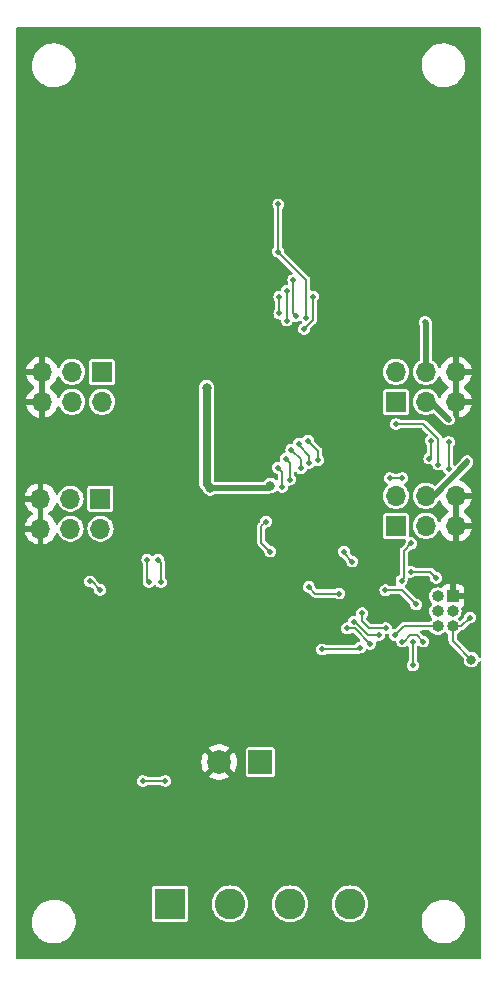
<source format=gbr>
%TF.GenerationSoftware,KiCad,Pcbnew,7.0.7*%
%TF.CreationDate,2023-10-21T12:21:44+02:00*%
%TF.ProjectId,OS-servoDriver,4f532d73-6572-4766-9f44-72697665722e,rev?*%
%TF.SameCoordinates,Original*%
%TF.FileFunction,Copper,L2,Bot*%
%TF.FilePolarity,Positive*%
%FSLAX46Y46*%
G04 Gerber Fmt 4.6, Leading zero omitted, Abs format (unit mm)*
G04 Created by KiCad (PCBNEW 7.0.7) date 2023-10-21 12:21:44*
%MOMM*%
%LPD*%
G01*
G04 APERTURE LIST*
%TA.AperFunction,ComponentPad*%
%ADD10R,1.700000X1.700000*%
%TD*%
%TA.AperFunction,ComponentPad*%
%ADD11O,1.700000X1.700000*%
%TD*%
%TA.AperFunction,ComponentPad*%
%ADD12R,2.600000X2.600000*%
%TD*%
%TA.AperFunction,ComponentPad*%
%ADD13C,2.600000*%
%TD*%
%TA.AperFunction,ComponentPad*%
%ADD14R,2.000000X2.000000*%
%TD*%
%TA.AperFunction,ComponentPad*%
%ADD15C,2.000000*%
%TD*%
%TA.AperFunction,ComponentPad*%
%ADD16O,1.000000X1.000000*%
%TD*%
%TA.AperFunction,ComponentPad*%
%ADD17R,1.000000X1.000000*%
%TD*%
%TA.AperFunction,ViaPad*%
%ADD18C,0.500000*%
%TD*%
%TA.AperFunction,ViaPad*%
%ADD19C,0.800000*%
%TD*%
%TA.AperFunction,Conductor*%
%ADD20C,0.200000*%
%TD*%
%TA.AperFunction,Conductor*%
%ADD21C,0.500000*%
%TD*%
%TA.AperFunction,Conductor*%
%ADD22C,0.700000*%
%TD*%
G04 APERTURE END LIST*
D10*
%TO.P,J1001,1,Pin_1*%
%TO.N,/atmega/bus4.pin1*%
X134975000Y-135500000D03*
D11*
%TO.P,J1001,2,Pin_2*%
%TO.N,/atmega/bus4.pin2*%
X134975000Y-132960000D03*
%TO.P,J1001,3,Pin_3*%
%TO.N,+5VA*%
X137515000Y-135500000D03*
%TO.P,J1001,4,Pin_4*%
X137515000Y-132960000D03*
%TO.P,J1001,5,Pin_5*%
%TO.N,GND*%
X140055000Y-135500000D03*
%TO.P,J1001,6,Pin_6*%
X140055000Y-132960000D03*
%TD*%
D10*
%TO.P,J901,1,Pin_1*%
%TO.N,/atmega/bus3.pin1*%
X134975000Y-125000000D03*
D11*
%TO.P,J901,2,Pin_2*%
%TO.N,/atmega/bus3.pin2*%
X134975000Y-122460000D03*
%TO.P,J901,3,Pin_3*%
%TO.N,+5VA*%
X137515000Y-125000000D03*
%TO.P,J901,4,Pin_4*%
X137515000Y-122460000D03*
%TO.P,J901,5,Pin_5*%
%TO.N,GND*%
X140055000Y-125000000D03*
%TO.P,J901,6,Pin_6*%
X140055000Y-122460000D03*
%TD*%
D10*
%TO.P,J801,1,Pin_1*%
%TO.N,/atmega/bus2.pin1*%
X110080000Y-122460000D03*
D11*
%TO.P,J801,2,Pin_2*%
%TO.N,/atmega/bus2.pin2*%
X110080000Y-125000000D03*
%TO.P,J801,3,Pin_3*%
%TO.N,+5VA*%
X107540000Y-122460000D03*
%TO.P,J801,4,Pin_4*%
X107540000Y-125000000D03*
%TO.P,J801,5,Pin_5*%
%TO.N,GND*%
X105000000Y-122460000D03*
%TO.P,J801,6,Pin_6*%
X105000000Y-125000000D03*
%TD*%
%TO.P,J701,6,Pin_6*%
%TO.N,GND*%
X104873000Y-135731000D03*
%TO.P,J701,5,Pin_5*%
X104873000Y-133191000D03*
%TO.P,J701,4,Pin_4*%
%TO.N,+5VA*%
X107413000Y-135731000D03*
%TO.P,J701,3,Pin_3*%
X107413000Y-133191000D03*
%TO.P,J701,2,Pin_2*%
%TO.N,/atmega/bus1.pin2*%
X109953000Y-135731000D03*
D10*
%TO.P,J701,1,Pin_1*%
%TO.N,/atmega/bus1.pin1*%
X109953000Y-133191000D03*
%TD*%
D12*
%TO.P,J101,1,Pin_1*%
%TO.N,/DCC/DCC_B*%
X115840000Y-167500000D03*
D13*
%TO.P,J101,2,Pin_2*%
%TO.N,/DCC/DCC_A*%
X120920000Y-167500000D03*
%TO.P,J101,3,Pin_3*%
%TO.N,/D_bridge/AC_2*%
X126000000Y-167500000D03*
%TO.P,J101,4,Pin_4*%
%TO.N,/D_bridge/AC_1*%
X131080000Y-167500000D03*
%TD*%
D14*
%TO.P,C1101,1*%
%TO.N,VCC*%
X123500000Y-155500000D03*
D15*
%TO.P,C1101,2*%
%TO.N,GND*%
X120000000Y-155500000D03*
%TD*%
D16*
%TO.P,U201,6*%
%TO.N,/atmega/MISO*%
X138500000Y-144000000D03*
%TO.P,U201,5*%
%TO.N,+5V*%
X139770000Y-144000000D03*
%TO.P,U201,4*%
%TO.N,/atmega/LED*%
X138500000Y-142730000D03*
%TO.P,U201,3*%
%TO.N,/atmega/MOSI*%
X139770000Y-142730000D03*
%TO.P,U201,2*%
%TO.N,/atmega/reset*%
X138500000Y-141460000D03*
D17*
%TO.P,U201,1*%
%TO.N,GND*%
X139770000Y-141460000D03*
%TD*%
D18*
%TO.N,GND*%
X111506000Y-108712000D03*
X112903000Y-105791000D03*
X117983000Y-108077000D03*
X119253000Y-110109000D03*
X121920000Y-107696000D03*
X117856000Y-144399000D03*
X115316000Y-142748000D03*
X114046000Y-141224000D03*
X112776000Y-140335000D03*
X111125000Y-140335000D03*
X119761000Y-144526000D03*
X136652000Y-157099000D03*
X134874000Y-156845000D03*
X130937000Y-156972000D03*
X130302000Y-153289000D03*
X126238000Y-154305000D03*
X125730000Y-160274000D03*
X123317000Y-157607000D03*
X123571000Y-164338000D03*
X116459000Y-151130000D03*
X116459000Y-154813000D03*
X116713000Y-157861000D03*
X117221000Y-160147000D03*
X117475000Y-163576000D03*
X120269000Y-164846000D03*
X125603000Y-164973000D03*
X127889000Y-163576000D03*
X130429000Y-161036000D03*
X128905000Y-166624000D03*
X131699000Y-163830000D03*
X134747000Y-161798000D03*
X134493000Y-166243000D03*
X136398000Y-164592000D03*
X140208000Y-165100000D03*
X138557000Y-171577000D03*
X133223000Y-170561000D03*
X125476000Y-170815000D03*
X117983000Y-170942000D03*
X110871000Y-169672000D03*
X104521000Y-163068000D03*
X103378000Y-151384000D03*
X103378000Y-143129000D03*
X104648000Y-138176000D03*
X104648000Y-130937000D03*
X104902000Y-127127000D03*
X115951000Y-109728000D03*
X118618000Y-111506000D03*
X116713000Y-111252000D03*
X112395000Y-111633000D03*
X110871000Y-111633000D03*
X109474000Y-112649000D03*
X106426000Y-111252000D03*
X107823000Y-113157000D03*
X104013000Y-117602000D03*
X104394000Y-114300000D03*
X104267000Y-109728000D03*
X103759000Y-106045000D03*
X103886000Y-101473000D03*
X117348000Y-104521000D03*
X115824000Y-103759000D03*
X113030000Y-102616000D03*
X111379000Y-103886000D03*
X109728000Y-103759000D03*
X108458000Y-102362000D03*
X109982000Y-94361000D03*
X117856000Y-94615000D03*
X120015000Y-97536000D03*
X123317000Y-98425000D03*
X120269000Y-98933000D03*
X119126000Y-100457000D03*
X119126000Y-102362000D03*
X119253000Y-103632000D03*
X125603000Y-99822000D03*
X126238000Y-97028000D03*
X126365000Y-93980000D03*
X128651000Y-93980000D03*
X140589000Y-101727000D03*
X141478000Y-105791000D03*
X140462000Y-116078000D03*
X136017000Y-102870000D03*
X133223000Y-104775000D03*
X132334000Y-102489000D03*
X130429000Y-102489000D03*
X129921000Y-104140000D03*
X127762000Y-104140000D03*
X128016000Y-113538000D03*
X141097000Y-119888000D03*
X138938000Y-117856000D03*
X121539000Y-131445000D03*
X122301000Y-130937000D03*
X121285000Y-130683000D03*
X133096000Y-125349000D03*
X132715000Y-120904000D03*
X127381000Y-121412000D03*
X127381000Y-125857000D03*
X133604000Y-128016000D03*
X128651000Y-128016000D03*
X135382000Y-117856000D03*
X128905000Y-117602000D03*
X141859000Y-130556000D03*
X141478000Y-126746000D03*
X128143000Y-133731000D03*
X128524000Y-135890000D03*
X130429000Y-136398000D03*
X132969000Y-137033000D03*
X132842000Y-135255000D03*
X132715000Y-132080000D03*
X133350000Y-130556000D03*
X130937000Y-130556000D03*
X129159000Y-130810000D03*
X136525000Y-152400000D03*
X134493000Y-152273000D03*
X132842000Y-152146000D03*
X141732000Y-149098000D03*
X141732000Y-150495000D03*
X138430000Y-154178000D03*
X138430000Y-155067000D03*
X141478000Y-157099000D03*
X140335000Y-157099000D03*
X139065000Y-157099000D03*
X138303000Y-152781000D03*
X139827000Y-152781000D03*
X141097000Y-152781000D03*
X139065000Y-161163000D03*
X140081000Y-161036000D03*
X141605000Y-161036000D03*
X105664000Y-157734000D03*
X104394000Y-155575000D03*
X117348000Y-149606000D03*
X120777000Y-153162000D03*
X127635000Y-151765000D03*
X127889000Y-148209000D03*
X123698000Y-151892000D03*
X125349000Y-147701000D03*
X124968000Y-142621000D03*
X126492000Y-139065000D03*
X126365000Y-141605000D03*
X122555000Y-142113000D03*
X122301000Y-139954000D03*
X123444000Y-138938000D03*
%TO.N,+5V*%
X135494500Y-131445000D03*
X134455500Y-131445000D03*
%TO.N,/atmega/LED*%
X131280422Y-138519422D03*
X130566810Y-137678810D03*
%TO.N,+5V*%
X109926056Y-140914056D03*
X109085444Y-140200444D03*
%TO.N,+5VA*%
X139454500Y-126492000D03*
X141003622Y-130014378D03*
%TO.N,/atmega/sw1*%
X127930500Y-116078000D03*
X127198056Y-118816056D03*
X127508000Y-128270000D03*
X128397000Y-129921000D03*
%TO.N,/atmega/sw2*%
X127635000Y-130175000D03*
X127381000Y-117856000D03*
X126746000Y-128524000D03*
X125013056Y-108285944D03*
X124968000Y-112268000D03*
%TO.N,/atmega/sw3*%
X126923122Y-130606122D03*
X126111000Y-129032000D03*
X126492000Y-117729000D03*
X126279500Y-114681000D03*
%TO.N,/atmega/sw4*%
X125730000Y-118110000D03*
X125644500Y-129794000D03*
X125984000Y-131572000D03*
X125730000Y-115570000D03*
X124333000Y-137668000D03*
X123971710Y-135131008D03*
%TO.N,/atmega/sw5*%
X125335622Y-132193622D03*
X124981378Y-130569378D03*
X125095000Y-117507500D03*
X125095000Y-116108500D03*
%TO.N,/atmega/reset*%
X134118062Y-144151062D03*
X132111421Y-142906421D03*
X127582310Y-140663310D03*
X130175000Y-141224000D03*
%TO.N,+5V*%
X138372562Y-139896562D03*
X136204264Y-139379264D03*
X141224000Y-143256000D03*
%TO.N,/atmega/LED*%
X136686905Y-142147905D03*
X134079921Y-140937921D03*
%TO.N,/atmega/MISO*%
X131417961Y-143599882D03*
X133530252Y-144738872D03*
X134874000Y-144738500D03*
%TO.N,/atmega/MOSI*%
X137287000Y-145288000D03*
X135509000Y-145288000D03*
X132802109Y-145467015D03*
X130841421Y-144176421D03*
%TO.N,+5V*%
X113540000Y-157099000D03*
X115449500Y-157099000D03*
X136398000Y-145300500D03*
X136398000Y-147310500D03*
%TO.N,+5VA*%
X137414000Y-118237000D03*
%TO.N,/atmega/bus3.pin2*%
X139446000Y-128397000D03*
X139446000Y-130683000D03*
X131953000Y-145796000D03*
X128722028Y-145964500D03*
%TO.N,/atmega/bus3.pin1*%
X138557000Y-130302000D03*
X134975000Y-126873000D03*
%TO.N,+5V*%
X137795000Y-129794000D03*
X137922000Y-128270000D03*
%TO.N,/atmega/bus4.pin2*%
X136271000Y-136978000D03*
X135442264Y-140141264D03*
%TO.N,/atmega/bus2.pin1*%
X114808000Y-138350500D03*
X115062000Y-140249500D03*
%TO.N,/atmega/bus2.pin2*%
X114046000Y-140249500D03*
X113919000Y-138350500D03*
D19*
%TO.N,+5V*%
X141351000Y-146812000D03*
%TO.N,VCC*%
X124333000Y-132080000D03*
%TO.N,GND*%
X119396305Y-150831000D03*
X120031305Y-146005000D03*
X121428305Y-148926000D03*
%TO.N,VCC*%
X118936500Y-123793000D03*
X119260550Y-132300450D03*
%TO.N,GND*%
X116142500Y-129000000D03*
X116142500Y-127984000D03*
X120587500Y-126968000D03*
X121603500Y-123539000D03*
X120714500Y-121507000D03*
X120587500Y-129000000D03*
X117666500Y-134842000D03*
X116523500Y-133445000D03*
X115634500Y-123920000D03*
X120587500Y-127984000D03*
X115380500Y-125190000D03*
X116142500Y-126968000D03*
X139874000Y-148873000D03*
X135937000Y-149000000D03*
X130349000Y-150397000D03*
X132000000Y-150651000D03*
X132000000Y-149000000D03*
X135937000Y-150397000D03*
X137842000Y-150270000D03*
X105816000Y-153354000D03*
X107213000Y-155513000D03*
%TD*%
D20*
%TO.N,+5V*%
X135494500Y-131445000D02*
X134455500Y-131445000D01*
%TO.N,/atmega/LED*%
X130566810Y-137805810D02*
X131280422Y-138519422D01*
X130566810Y-137678810D02*
X130566810Y-137805810D01*
%TO.N,+5V*%
X109212444Y-140200444D02*
X109926056Y-140914056D01*
X109085444Y-140200444D02*
X109212444Y-140200444D01*
D21*
%TO.N,+5VA*%
X137962500Y-125000000D02*
X139454500Y-126492000D01*
X137515000Y-125000000D02*
X137962500Y-125000000D01*
X141003622Y-130115328D02*
X141003622Y-130014378D01*
X138158950Y-132960000D02*
X141003622Y-130115328D01*
X137515000Y-132960000D02*
X138158950Y-132960000D01*
D20*
%TO.N,/atmega/sw1*%
X127930500Y-118083612D02*
X127930500Y-116078000D01*
X127198056Y-118816056D02*
X127930500Y-118083612D01*
X128397000Y-129159000D02*
X127508000Y-128270000D01*
X128397000Y-129921000D02*
X128397000Y-129159000D01*
%TO.N,/atmega/MOSI*%
X136170182Y-144750500D02*
X136749500Y-144750500D01*
X136749500Y-144750500D02*
X137287000Y-145288000D01*
X135632682Y-145288000D02*
X136170182Y-144750500D01*
X135509000Y-145288000D02*
X135632682Y-145288000D01*
%TO.N,/atmega/sw2*%
X126746000Y-128651000D02*
X127635000Y-129540000D01*
X127381000Y-114681000D02*
X127381000Y-117856000D01*
X124968000Y-112268000D02*
X127381000Y-114681000D01*
X127635000Y-129540000D02*
X127635000Y-130175000D01*
X124968000Y-112268000D02*
X125013056Y-112222944D01*
X125013056Y-112222944D02*
X125013056Y-108285944D01*
%TO.N,/atmega/sw3*%
X126111000Y-129032000D02*
X126923122Y-129844122D01*
X126279500Y-117516500D02*
X126492000Y-117729000D01*
X126923122Y-129844122D02*
X126923122Y-130606122D01*
X126279500Y-114681000D02*
X126279500Y-117516500D01*
%TO.N,/atmega/sw4*%
X125730000Y-118110000D02*
X125730000Y-115570000D01*
X125984000Y-131572000D02*
X125984000Y-130133500D01*
X125984000Y-130133500D02*
X125644500Y-129794000D01*
X123571000Y-135531718D02*
X123971710Y-135131008D01*
X123571000Y-136906000D02*
X123571000Y-135531718D01*
X124333000Y-137668000D02*
X123571000Y-136906000D01*
%TO.N,/atmega/sw5*%
X124981378Y-130569378D02*
X125335622Y-130923622D01*
X125335622Y-130923622D02*
X125335622Y-132193622D01*
X125095000Y-116108500D02*
X125095000Y-117507500D01*
%TO.N,/atmega/reset*%
X132721062Y-144151062D02*
X134118062Y-144151062D01*
X132111421Y-142906421D02*
X132111421Y-143541421D01*
X132111421Y-143541421D02*
X132721062Y-144151062D01*
X128143000Y-141224000D02*
X130175000Y-141224000D01*
X127582310Y-140663310D02*
X128143000Y-141224000D01*
%TO.N,+5V*%
X136204264Y-139379264D02*
X137855264Y-139379264D01*
X137855264Y-139379264D02*
X138372562Y-139896562D01*
%TO.N,/atmega/bus4.pin2*%
X135636000Y-139947528D02*
X135636000Y-137613000D01*
X135442264Y-140141264D02*
X135636000Y-139947528D01*
X135636000Y-137613000D02*
X136271000Y-136978000D01*
%TO.N,+5V*%
X140480000Y-144000000D02*
X141224000Y-143256000D01*
X139770000Y-144000000D02*
X140480000Y-144000000D01*
%TO.N,/atmega/LED*%
X135476921Y-140937921D02*
X136686905Y-142147905D01*
X134079921Y-140937921D02*
X135476921Y-140937921D01*
%TO.N,/atmega/MISO*%
X131500662Y-143599882D02*
X131417961Y-143599882D01*
X132639652Y-144738872D02*
X131500662Y-143599882D01*
X133530252Y-144738872D02*
X132639652Y-144738872D01*
X135612500Y-144000000D02*
X134874000Y-144738500D01*
X138500000Y-144000000D02*
X135612500Y-144000000D01*
%TO.N,/atmega/MOSI*%
X130841421Y-144176421D02*
X131511515Y-144176421D01*
X131511515Y-144176421D02*
X132802109Y-145467015D01*
%TO.N,+5V*%
X115449500Y-157099000D02*
X113540000Y-157099000D01*
X136398000Y-147310500D02*
X136398000Y-145300500D01*
D21*
%TO.N,+5VA*%
X137515000Y-118338000D02*
X137414000Y-118237000D01*
X137515000Y-122460000D02*
X137515000Y-118338000D01*
D20*
%TO.N,/atmega/bus3.pin2*%
X139446000Y-130683000D02*
X139446000Y-128397000D01*
X131784500Y-145964500D02*
X131953000Y-145796000D01*
X128722028Y-145964500D02*
X131784500Y-145964500D01*
%TO.N,/atmega/bus3.pin1*%
X138557000Y-128127182D02*
X138557000Y-130302000D01*
X134975000Y-126873000D02*
X137302818Y-126873000D01*
X137302818Y-126873000D02*
X138557000Y-128127182D01*
%TO.N,+5V*%
X137922000Y-129667000D02*
X137795000Y-129794000D01*
X137922000Y-128270000D02*
X137922000Y-129667000D01*
%TO.N,/atmega/bus2.pin1*%
X115062000Y-138604500D02*
X114808000Y-138350500D01*
X115062000Y-140249500D02*
X115062000Y-138604500D01*
%TO.N,/atmega/bus2.pin2*%
X113919000Y-140122500D02*
X114046000Y-140249500D01*
X113919000Y-138350500D02*
X113919000Y-140122500D01*
%TO.N,+5V*%
X139770000Y-145231000D02*
X141351000Y-146812000D01*
X139770000Y-144000000D02*
X139770000Y-145231000D01*
D21*
%TO.N,VCC*%
X124112550Y-132300450D02*
X124333000Y-132080000D01*
X119260550Y-132300450D02*
X124112550Y-132300450D01*
D22*
X118936500Y-123793000D02*
X118936500Y-131976400D01*
X118936500Y-131976400D02*
X119260550Y-132300450D01*
%TD*%
%TA.AperFunction,Conductor*%
%TO.N,GND*%
G36*
X105050512Y-133690507D02*
G01*
X105103315Y-133736262D01*
X105123000Y-133803301D01*
X105123000Y-135118698D01*
X105103315Y-135185737D01*
X105050511Y-135231492D01*
X104981355Y-135241436D01*
X104908766Y-135231000D01*
X104908763Y-135231000D01*
X104837237Y-135231000D01*
X104837233Y-135231000D01*
X104764645Y-135241436D01*
X104695487Y-135231492D01*
X104642684Y-135185736D01*
X104623000Y-135118698D01*
X104623000Y-133803301D01*
X104642685Y-133736262D01*
X104695489Y-133690507D01*
X104764647Y-133680563D01*
X104837237Y-133691000D01*
X104837238Y-133691000D01*
X104908762Y-133691000D01*
X104908763Y-133691000D01*
X104981353Y-133680563D01*
X105050512Y-133690507D01*
G37*
%TD.AperFunction*%
%TA.AperFunction,Conductor*%
G36*
X140232512Y-133459507D02*
G01*
X140285315Y-133505262D01*
X140305000Y-133572301D01*
X140305000Y-134887698D01*
X140285315Y-134954737D01*
X140232511Y-135000492D01*
X140163355Y-135010436D01*
X140090766Y-135000000D01*
X140090763Y-135000000D01*
X140019237Y-135000000D01*
X140019233Y-135000000D01*
X139946645Y-135010436D01*
X139877487Y-135000492D01*
X139824684Y-134954736D01*
X139805000Y-134887698D01*
X139805000Y-133572301D01*
X139824685Y-133505262D01*
X139877489Y-133459507D01*
X139946647Y-133449563D01*
X140019237Y-133460000D01*
X140019238Y-133460000D01*
X140090762Y-133460000D01*
X140090763Y-133460000D01*
X140163353Y-133449563D01*
X140232512Y-133459507D01*
G37*
%TD.AperFunction*%
%TA.AperFunction,Conductor*%
G36*
X140232512Y-122959507D02*
G01*
X140285315Y-123005262D01*
X140305000Y-123072301D01*
X140305000Y-124387698D01*
X140285315Y-124454737D01*
X140232511Y-124500492D01*
X140163355Y-124510436D01*
X140090766Y-124500000D01*
X140090763Y-124500000D01*
X140019237Y-124500000D01*
X140019233Y-124500000D01*
X139946645Y-124510436D01*
X139877487Y-124500492D01*
X139824684Y-124454736D01*
X139805000Y-124387698D01*
X139805000Y-123072301D01*
X139824685Y-123005262D01*
X139877489Y-122959507D01*
X139946647Y-122949563D01*
X140019237Y-122960000D01*
X140019238Y-122960000D01*
X140090762Y-122960000D01*
X140090763Y-122960000D01*
X140163353Y-122949563D01*
X140232512Y-122959507D01*
G37*
%TD.AperFunction*%
%TA.AperFunction,Conductor*%
G36*
X105177512Y-122959507D02*
G01*
X105230315Y-123005262D01*
X105250000Y-123072301D01*
X105250000Y-124387698D01*
X105230315Y-124454737D01*
X105177511Y-124500492D01*
X105108355Y-124510436D01*
X105035766Y-124500000D01*
X105035763Y-124500000D01*
X104964237Y-124500000D01*
X104964233Y-124500000D01*
X104891645Y-124510436D01*
X104822487Y-124500492D01*
X104769684Y-124454736D01*
X104750000Y-124387698D01*
X104750000Y-123072301D01*
X104769685Y-123005262D01*
X104822489Y-122959507D01*
X104891647Y-122949563D01*
X104964237Y-122960000D01*
X104964238Y-122960000D01*
X105035762Y-122960000D01*
X105035763Y-122960000D01*
X105108353Y-122949563D01*
X105177512Y-122959507D01*
G37*
%TD.AperFunction*%
%TA.AperFunction,Conductor*%
G36*
X142142539Y-93320185D02*
G01*
X142188294Y-93372989D01*
X142199500Y-93424500D01*
X142199500Y-146538227D01*
X142179815Y-146605266D01*
X142127011Y-146651021D01*
X142057853Y-146660965D01*
X141994297Y-146631940D01*
X141959558Y-146582198D01*
X141942882Y-146538227D01*
X141931220Y-146507477D01*
X141841483Y-146377470D01*
X141723240Y-146272717D01*
X141723238Y-146272716D01*
X141723237Y-146272715D01*
X141583365Y-146199303D01*
X141429986Y-146161500D01*
X141429985Y-146161500D01*
X141272015Y-146161500D01*
X141272014Y-146161500D01*
X141264568Y-146162404D01*
X141264177Y-146159188D01*
X141208782Y-146156519D01*
X141161723Y-146127042D01*
X140156819Y-145122137D01*
X140123334Y-145060814D01*
X140120500Y-145034456D01*
X140120500Y-144734655D01*
X140140185Y-144667616D01*
X140178526Y-144629662D01*
X140240890Y-144590477D01*
X140360477Y-144470890D01*
X140399253Y-144409177D01*
X140451587Y-144362886D01*
X140488930Y-144352099D01*
X140489929Y-144351974D01*
X140497955Y-144350975D01*
X140505621Y-144350500D01*
X140509035Y-144350500D01*
X140509040Y-144350500D01*
X140512608Y-144349904D01*
X140530539Y-144346913D01*
X140557958Y-144343494D01*
X140581393Y-144340573D01*
X140581402Y-144340568D01*
X140588451Y-144338470D01*
X140595377Y-144336092D01*
X140595381Y-144336092D01*
X140640444Y-144311704D01*
X140686484Y-144289198D01*
X140686487Y-144289194D01*
X140692453Y-144284935D01*
X140698254Y-144280419D01*
X140698258Y-144280418D01*
X140732957Y-144242724D01*
X141182862Y-143792818D01*
X141244185Y-143759334D01*
X141270543Y-143756500D01*
X141295962Y-143756500D01*
X141295962Y-143756499D01*
X141434053Y-143715953D01*
X141555128Y-143638143D01*
X141649377Y-143529373D01*
X141709165Y-143398457D01*
X141729647Y-143256000D01*
X141709165Y-143113543D01*
X141649377Y-142982627D01*
X141555128Y-142873857D01*
X141434053Y-142796047D01*
X141434051Y-142796046D01*
X141434049Y-142796045D01*
X141434050Y-142796045D01*
X141295963Y-142755500D01*
X141295961Y-142755500D01*
X141152039Y-142755500D01*
X141152036Y-142755500D01*
X141013949Y-142796045D01*
X140892873Y-142873856D01*
X140798623Y-142982626D01*
X140798622Y-142982628D01*
X140738834Y-143113543D01*
X140722552Y-143226788D01*
X140693526Y-143290343D01*
X140687495Y-143296821D01*
X140495523Y-143488794D01*
X140434200Y-143522279D01*
X140364509Y-143517295D01*
X140320161Y-143488794D01*
X140284048Y-143452681D01*
X140250563Y-143391358D01*
X140255547Y-143321666D01*
X140284048Y-143277319D01*
X140315954Y-143245413D01*
X140360477Y-143200890D01*
X140398783Y-143139927D01*
X140450452Y-143057697D01*
X140450454Y-143057694D01*
X140450454Y-143057692D01*
X140450456Y-143057690D01*
X140506313Y-142898059D01*
X140506313Y-142898058D01*
X140506314Y-142898056D01*
X140525249Y-142730002D01*
X140525249Y-142729997D01*
X140506314Y-142561945D01*
X140506313Y-142561941D01*
X140493548Y-142525462D01*
X140489986Y-142455687D01*
X140524715Y-142395059D01*
X140536279Y-142385243D01*
X140627191Y-142317186D01*
X140713350Y-142202093D01*
X140713354Y-142202086D01*
X140763596Y-142067379D01*
X140763598Y-142067372D01*
X140769999Y-142007844D01*
X140770000Y-142007827D01*
X140770000Y-141710000D01*
X140232047Y-141710000D01*
X140165008Y-141690315D01*
X140119253Y-141637511D01*
X140109309Y-141568353D01*
X140111842Y-141555557D01*
X140113979Y-141547114D01*
X140113982Y-141547108D01*
X140123628Y-141430698D01*
X140106849Y-141364438D01*
X140109475Y-141294619D01*
X140149431Y-141237302D01*
X140214032Y-141210686D01*
X140227055Y-141210000D01*
X140770000Y-141210000D01*
X140770000Y-140912172D01*
X140769999Y-140912155D01*
X140763598Y-140852627D01*
X140763596Y-140852620D01*
X140713354Y-140717913D01*
X140713350Y-140717906D01*
X140627190Y-140602812D01*
X140627187Y-140602809D01*
X140512093Y-140516649D01*
X140512086Y-140516645D01*
X140377379Y-140466403D01*
X140377372Y-140466401D01*
X140317844Y-140460000D01*
X140020000Y-140460000D01*
X140020000Y-141002101D01*
X140000315Y-141069140D01*
X139947511Y-141114895D01*
X139878353Y-141124839D01*
X139855738Y-141119383D01*
X139828406Y-141110000D01*
X139828405Y-141110000D01*
X139740995Y-141110000D01*
X139740994Y-141110000D01*
X139664408Y-141122779D01*
X139595043Y-141114396D01*
X139541222Y-141069843D01*
X139520031Y-141003264D01*
X139520000Y-141000470D01*
X139520000Y-140460000D01*
X139222155Y-140460000D01*
X139162627Y-140466401D01*
X139162620Y-140466403D01*
X139027913Y-140516645D01*
X139027906Y-140516649D01*
X138912812Y-140602809D01*
X138844756Y-140693720D01*
X138788822Y-140735590D01*
X138719130Y-140740574D01*
X138704537Y-140736450D01*
X138668059Y-140723686D01*
X138500003Y-140704751D01*
X138499997Y-140704751D01*
X138331943Y-140723685D01*
X138172305Y-140779545D01*
X138172302Y-140779547D01*
X138029115Y-140869518D01*
X138029109Y-140869523D01*
X137909523Y-140989109D01*
X137909518Y-140989115D01*
X137819547Y-141132302D01*
X137819545Y-141132305D01*
X137763685Y-141291943D01*
X137744751Y-141459997D01*
X137744751Y-141460002D01*
X137763685Y-141628056D01*
X137819545Y-141787694D01*
X137819547Y-141787697D01*
X137909518Y-141930884D01*
X137909523Y-141930890D01*
X137985952Y-142007319D01*
X138019437Y-142068642D01*
X138014453Y-142138334D01*
X137985952Y-142182681D01*
X137909523Y-142259109D01*
X137909518Y-142259115D01*
X137819547Y-142402302D01*
X137819545Y-142402305D01*
X137763685Y-142561943D01*
X137744751Y-142729997D01*
X137744751Y-142730002D01*
X137763685Y-142898056D01*
X137819545Y-143057694D01*
X137819547Y-143057697D01*
X137909518Y-143200884D01*
X137909523Y-143200890D01*
X137985952Y-143277319D01*
X138019437Y-143338642D01*
X138014453Y-143408334D01*
X137985952Y-143452681D01*
X137909523Y-143529109D01*
X137889727Y-143560614D01*
X137870337Y-143591473D01*
X137818005Y-143637763D01*
X137765345Y-143649500D01*
X135661711Y-143649500D01*
X135636265Y-143646861D01*
X135627185Y-143644957D01*
X135627184Y-143644957D01*
X135627182Y-143644957D01*
X135594561Y-143649023D01*
X135586885Y-143649500D01*
X135583460Y-143649500D01*
X135561957Y-143653087D01*
X135511108Y-143659426D01*
X135504066Y-143661522D01*
X135497120Y-143663907D01*
X135452050Y-143688297D01*
X135406013Y-143710803D01*
X135400038Y-143715069D01*
X135394246Y-143719577D01*
X135359532Y-143757286D01*
X134915137Y-144201681D01*
X134853814Y-144235166D01*
X134827456Y-144238000D01*
X134802039Y-144238000D01*
X134780231Y-144244403D01*
X134710361Y-144244402D01*
X134651584Y-144206626D01*
X134622560Y-144143072D01*
X134603227Y-144008605D01*
X134603226Y-144008605D01*
X134543439Y-143877689D01*
X134449190Y-143768919D01*
X134328115Y-143691109D01*
X134328113Y-143691108D01*
X134328111Y-143691107D01*
X134328112Y-143691107D01*
X134190025Y-143650562D01*
X134190023Y-143650562D01*
X134046101Y-143650562D01*
X134046098Y-143650562D01*
X133908011Y-143691107D01*
X133786938Y-143768916D01*
X133786936Y-143768917D01*
X133786934Y-143768919D01*
X133786932Y-143768920D01*
X133785374Y-143770272D01*
X133783489Y-143771132D01*
X133779473Y-143773714D01*
X133779101Y-143773136D01*
X133721819Y-143799299D01*
X133704167Y-143800562D01*
X132917605Y-143800562D01*
X132850566Y-143780877D01*
X132829924Y-143764243D01*
X132665563Y-143599882D01*
X132498237Y-143432555D01*
X132464754Y-143371235D01*
X132461921Y-143344882D01*
X132461921Y-143312451D01*
X132481608Y-143245413D01*
X132492203Y-143231258D01*
X132536798Y-143179794D01*
X132596586Y-143048878D01*
X132617068Y-142906421D01*
X132596586Y-142763964D01*
X132536798Y-142633048D01*
X132442549Y-142524278D01*
X132321474Y-142446468D01*
X132321472Y-142446467D01*
X132321470Y-142446466D01*
X132321471Y-142446466D01*
X132183384Y-142405921D01*
X132183382Y-142405921D01*
X132039460Y-142405921D01*
X132039457Y-142405921D01*
X131901370Y-142446466D01*
X131780294Y-142524277D01*
X131686044Y-142633047D01*
X131686043Y-142633049D01*
X131626255Y-142763964D01*
X131605774Y-142906420D01*
X131613152Y-142957735D01*
X131603208Y-143026893D01*
X131557454Y-143079697D01*
X131490414Y-143099382D01*
X131345997Y-143099382D01*
X131207910Y-143139927D01*
X131086834Y-143217738D01*
X130992584Y-143326508D01*
X130992583Y-143326510D01*
X130932795Y-143457425D01*
X130916672Y-143569568D01*
X130887647Y-143633124D01*
X130828869Y-143670898D01*
X130793934Y-143675921D01*
X130769457Y-143675921D01*
X130631370Y-143716466D01*
X130510294Y-143794277D01*
X130416044Y-143903047D01*
X130416043Y-143903049D01*
X130356255Y-144033964D01*
X130335774Y-144176421D01*
X130356255Y-144318877D01*
X130400902Y-144416638D01*
X130416044Y-144449794D01*
X130510293Y-144558564D01*
X130631368Y-144636374D01*
X130631371Y-144636375D01*
X130631370Y-144636375D01*
X130769457Y-144676920D01*
X130769459Y-144676921D01*
X130769460Y-144676921D01*
X130913383Y-144676921D01*
X130913383Y-144676920D01*
X131051474Y-144636374D01*
X131172549Y-144558564D01*
X131172557Y-144558554D01*
X131174109Y-144557211D01*
X131175993Y-144556350D01*
X131180010Y-144553769D01*
X131180381Y-144554346D01*
X131237664Y-144528184D01*
X131255316Y-144526921D01*
X131314971Y-144526921D01*
X131382010Y-144546606D01*
X131402652Y-144563240D01*
X131929509Y-145090097D01*
X131962994Y-145151420D01*
X131958010Y-145221112D01*
X131916138Y-145277045D01*
X131876763Y-145296755D01*
X131742948Y-145336045D01*
X131621873Y-145413856D01*
X131527623Y-145522626D01*
X131518998Y-145541513D01*
X131473242Y-145594316D01*
X131406204Y-145614000D01*
X129135923Y-145614000D01*
X129068884Y-145594315D01*
X129054716Y-145583710D01*
X129053160Y-145582362D01*
X129053156Y-145582357D01*
X128932081Y-145504547D01*
X128932079Y-145504546D01*
X128932077Y-145504545D01*
X128932078Y-145504545D01*
X128793991Y-145464000D01*
X128793989Y-145464000D01*
X128650067Y-145464000D01*
X128650064Y-145464000D01*
X128511977Y-145504545D01*
X128390901Y-145582356D01*
X128296651Y-145691126D01*
X128296650Y-145691128D01*
X128236862Y-145822043D01*
X128216381Y-145964500D01*
X128236862Y-146106956D01*
X128259497Y-146156519D01*
X128296651Y-146237873D01*
X128390900Y-146346643D01*
X128511975Y-146424453D01*
X128511978Y-146424454D01*
X128511977Y-146424454D01*
X128650064Y-146464999D01*
X128650066Y-146465000D01*
X128650067Y-146465000D01*
X128793990Y-146465000D01*
X128793990Y-146464999D01*
X128932081Y-146424453D01*
X129053156Y-146346643D01*
X129053164Y-146346633D01*
X129054716Y-146345290D01*
X129056600Y-146344429D01*
X129060617Y-146341848D01*
X129060988Y-146342425D01*
X129118271Y-146316263D01*
X129135923Y-146315000D01*
X131735289Y-146315000D01*
X131760734Y-146317638D01*
X131769815Y-146319543D01*
X131785505Y-146317587D01*
X131802439Y-146315477D01*
X131810115Y-146315000D01*
X131813535Y-146315000D01*
X131813540Y-146315000D01*
X131817108Y-146314404D01*
X131835039Y-146311413D01*
X131862458Y-146307994D01*
X131885893Y-146305073D01*
X131885902Y-146305068D01*
X131894151Y-146302613D01*
X131894336Y-146302554D01*
X131895695Y-146302153D01*
X131898739Y-146301247D01*
X131906556Y-146299459D01*
X131910644Y-146298799D01*
X131910855Y-146300106D01*
X131932492Y-146296500D01*
X132024962Y-146296500D01*
X132024962Y-146296499D01*
X132163053Y-146255953D01*
X132284128Y-146178143D01*
X132378377Y-146069373D01*
X132417693Y-145983283D01*
X132463445Y-145930483D01*
X132530484Y-145910798D01*
X132582693Y-145926125D01*
X132583991Y-145923285D01*
X132592058Y-145926969D01*
X132730145Y-145967514D01*
X132730147Y-145967515D01*
X132730148Y-145967515D01*
X132874071Y-145967515D01*
X132874071Y-145967514D01*
X133012162Y-145926968D01*
X133133237Y-145849158D01*
X133227486Y-145740388D01*
X133287274Y-145609472D01*
X133307756Y-145467015D01*
X133294407Y-145374170D01*
X133304351Y-145305014D01*
X133350105Y-145252210D01*
X133417145Y-145232525D01*
X133452080Y-145237548D01*
X133458291Y-145239372D01*
X133458292Y-145239372D01*
X133602214Y-145239372D01*
X133602214Y-145239371D01*
X133740305Y-145198825D01*
X133861380Y-145121015D01*
X133955629Y-145012245D01*
X134015417Y-144881329D01*
X134033161Y-144757914D01*
X134062186Y-144694360D01*
X134120964Y-144656585D01*
X134155899Y-144651562D01*
X134190024Y-144651562D01*
X134190024Y-144651561D01*
X134211826Y-144645159D01*
X134281695Y-144645158D01*
X134340474Y-144682931D01*
X134369500Y-144746486D01*
X134369501Y-144746489D01*
X134388834Y-144880956D01*
X134448622Y-145011871D01*
X134448623Y-145011873D01*
X134542872Y-145120643D01*
X134663947Y-145198453D01*
X134663950Y-145198454D01*
X134663949Y-145198454D01*
X134741117Y-145221112D01*
X134797097Y-145237549D01*
X134802036Y-145238999D01*
X134802038Y-145239000D01*
X134888861Y-145239000D01*
X134955900Y-145258685D01*
X135001655Y-145311489D01*
X135011599Y-145345353D01*
X135023834Y-145430456D01*
X135065928Y-145522627D01*
X135083623Y-145561373D01*
X135177872Y-145670143D01*
X135298947Y-145747953D01*
X135298950Y-145747954D01*
X135298949Y-145747954D01*
X135437036Y-145788499D01*
X135437038Y-145788500D01*
X135437039Y-145788500D01*
X135580962Y-145788500D01*
X135580962Y-145788499D01*
X135719053Y-145747953D01*
X135840128Y-145670143D01*
X135840131Y-145670139D01*
X135842295Y-145668265D01*
X135844904Y-145667073D01*
X135847589Y-145665348D01*
X135847837Y-145665733D01*
X135905850Y-145639239D01*
X135975009Y-145649180D01*
X136027814Y-145694934D01*
X136047500Y-145761973D01*
X136047500Y-146904463D01*
X136027815Y-146971502D01*
X136017214Y-146985664D01*
X135972625Y-147037123D01*
X135972622Y-147037128D01*
X135912834Y-147168043D01*
X135892353Y-147310500D01*
X135912834Y-147452956D01*
X135917193Y-147462500D01*
X135972623Y-147583873D01*
X136066872Y-147692643D01*
X136187947Y-147770453D01*
X136187950Y-147770454D01*
X136187949Y-147770454D01*
X136326036Y-147810999D01*
X136326038Y-147811000D01*
X136326039Y-147811000D01*
X136469962Y-147811000D01*
X136469962Y-147810999D01*
X136608053Y-147770453D01*
X136729128Y-147692643D01*
X136823377Y-147583873D01*
X136883165Y-147452957D01*
X136903647Y-147310500D01*
X136883165Y-147168043D01*
X136823377Y-147037127D01*
X136814554Y-147026944D01*
X136778786Y-146985664D01*
X136749762Y-146922108D01*
X136748500Y-146904463D01*
X136748500Y-145761976D01*
X136768185Y-145694937D01*
X136820989Y-145649182D01*
X136890147Y-145639238D01*
X136948163Y-145665733D01*
X136948411Y-145665348D01*
X136951090Y-145667069D01*
X136953703Y-145668263D01*
X136953705Y-145668265D01*
X136955872Y-145670143D01*
X137076947Y-145747953D01*
X137076950Y-145747954D01*
X137076949Y-145747954D01*
X137215036Y-145788499D01*
X137215038Y-145788500D01*
X137215039Y-145788500D01*
X137358962Y-145788500D01*
X137358962Y-145788499D01*
X137497053Y-145747953D01*
X137618128Y-145670143D01*
X137712377Y-145561373D01*
X137772165Y-145430457D01*
X137792647Y-145288000D01*
X137772165Y-145145543D01*
X137712377Y-145014627D01*
X137618128Y-144905857D01*
X137497053Y-144828047D01*
X137497051Y-144828046D01*
X137497049Y-144828045D01*
X137497050Y-144828045D01*
X137358963Y-144787500D01*
X137358961Y-144787500D01*
X137333544Y-144787500D01*
X137266505Y-144767815D01*
X137245863Y-144751181D01*
X137056863Y-144562181D01*
X137023378Y-144500858D01*
X137028362Y-144431166D01*
X137070234Y-144375233D01*
X137135698Y-144350816D01*
X137144544Y-144350500D01*
X137765345Y-144350500D01*
X137832384Y-144370185D01*
X137870337Y-144408526D01*
X137906796Y-144466550D01*
X137909523Y-144470890D01*
X138029109Y-144590476D01*
X138029115Y-144590481D01*
X138172302Y-144680452D01*
X138172305Y-144680454D01*
X138172309Y-144680455D01*
X138172310Y-144680456D01*
X138212046Y-144694360D01*
X138331943Y-144736314D01*
X138499997Y-144755249D01*
X138500000Y-144755249D01*
X138500003Y-144755249D01*
X138668056Y-144736314D01*
X138686709Y-144729787D01*
X138827690Y-144680456D01*
X138827692Y-144680454D01*
X138827694Y-144680454D01*
X138827697Y-144680452D01*
X138970884Y-144590481D01*
X138970885Y-144590480D01*
X138970890Y-144590477D01*
X139047319Y-144514048D01*
X139108642Y-144480563D01*
X139178334Y-144485547D01*
X139222681Y-144514048D01*
X139299110Y-144590477D01*
X139361473Y-144629662D01*
X139407763Y-144681995D01*
X139419500Y-144734655D01*
X139419500Y-145181788D01*
X139416861Y-145207232D01*
X139414957Y-145216311D01*
X139414957Y-145216317D01*
X139419023Y-145248937D01*
X139419500Y-145256614D01*
X139419500Y-145260038D01*
X139423087Y-145281541D01*
X139429427Y-145332393D01*
X139431520Y-145339426D01*
X139433908Y-145346381D01*
X139458295Y-145391444D01*
X139480801Y-145437483D01*
X139485065Y-145443455D01*
X139489580Y-145449256D01*
X139527275Y-145483958D01*
X140670309Y-146626991D01*
X140703794Y-146688314D01*
X140705724Y-146729617D01*
X140695722Y-146811999D01*
X140695722Y-146812000D01*
X140714762Y-146968818D01*
X140759118Y-147085772D01*
X140770780Y-147116523D01*
X140860517Y-147246530D01*
X140978760Y-147351283D01*
X140978762Y-147351284D01*
X141118634Y-147424696D01*
X141272014Y-147462500D01*
X141272015Y-147462500D01*
X141429985Y-147462500D01*
X141583365Y-147424696D01*
X141723240Y-147351283D01*
X141841483Y-147246530D01*
X141931220Y-147116523D01*
X141959558Y-147041800D01*
X142001736Y-146986098D01*
X142067333Y-146962041D01*
X142135524Y-146977268D01*
X142184657Y-147026944D01*
X142199500Y-147085772D01*
X142199500Y-172075500D01*
X142179815Y-172142539D01*
X142127011Y-172188294D01*
X142075500Y-172199500D01*
X102924500Y-172199500D01*
X102857461Y-172179815D01*
X102811706Y-172127011D01*
X102800500Y-172075500D01*
X102800500Y-169067763D01*
X104145787Y-169067763D01*
X104175413Y-169337013D01*
X104175415Y-169337024D01*
X104243926Y-169599082D01*
X104243928Y-169599088D01*
X104349870Y-169848390D01*
X104421998Y-169966575D01*
X104490979Y-170079605D01*
X104490986Y-170079615D01*
X104664253Y-170287819D01*
X104664259Y-170287824D01*
X104865998Y-170468582D01*
X105091910Y-170618044D01*
X105337176Y-170733020D01*
X105337183Y-170733022D01*
X105337185Y-170733023D01*
X105596557Y-170811057D01*
X105596564Y-170811058D01*
X105596569Y-170811060D01*
X105864561Y-170850500D01*
X105864566Y-170850500D01*
X106067636Y-170850500D01*
X106119133Y-170846730D01*
X106270156Y-170835677D01*
X106382758Y-170810593D01*
X106534546Y-170776782D01*
X106534548Y-170776781D01*
X106534553Y-170776780D01*
X106787558Y-170680014D01*
X107023777Y-170547441D01*
X107238177Y-170381888D01*
X107426186Y-170186881D01*
X107583799Y-169966579D01*
X107657787Y-169822669D01*
X107707649Y-169725690D01*
X107707651Y-169725684D01*
X107707656Y-169725675D01*
X107795118Y-169469305D01*
X107844319Y-169202933D01*
X107849259Y-169067763D01*
X137145787Y-169067763D01*
X137175413Y-169337013D01*
X137175415Y-169337024D01*
X137243926Y-169599082D01*
X137243928Y-169599088D01*
X137349870Y-169848390D01*
X137421998Y-169966575D01*
X137490979Y-170079605D01*
X137490986Y-170079615D01*
X137664253Y-170287819D01*
X137664259Y-170287824D01*
X137865998Y-170468582D01*
X138091910Y-170618044D01*
X138337176Y-170733020D01*
X138337183Y-170733022D01*
X138337185Y-170733023D01*
X138596557Y-170811057D01*
X138596564Y-170811058D01*
X138596569Y-170811060D01*
X138864561Y-170850500D01*
X138864566Y-170850500D01*
X139067636Y-170850500D01*
X139119133Y-170846730D01*
X139270156Y-170835677D01*
X139382758Y-170810593D01*
X139534546Y-170776782D01*
X139534548Y-170776781D01*
X139534553Y-170776780D01*
X139787558Y-170680014D01*
X140023777Y-170547441D01*
X140238177Y-170381888D01*
X140426186Y-170186881D01*
X140583799Y-169966579D01*
X140657787Y-169822669D01*
X140707649Y-169725690D01*
X140707651Y-169725684D01*
X140707656Y-169725675D01*
X140795118Y-169469305D01*
X140844319Y-169202933D01*
X140854212Y-168932235D01*
X140824586Y-168662982D01*
X140756072Y-168400912D01*
X140650130Y-168151610D01*
X140509018Y-167920390D01*
X140419747Y-167813119D01*
X140335746Y-167712180D01*
X140335740Y-167712175D01*
X140134002Y-167531418D01*
X139908092Y-167381957D01*
X139908090Y-167381956D01*
X139662824Y-167266980D01*
X139662819Y-167266978D01*
X139662814Y-167266976D01*
X139403442Y-167188942D01*
X139403428Y-167188939D01*
X139287791Y-167171921D01*
X139135439Y-167149500D01*
X138932369Y-167149500D01*
X138932364Y-167149500D01*
X138729844Y-167164323D01*
X138729831Y-167164325D01*
X138465453Y-167223217D01*
X138465446Y-167223220D01*
X138212439Y-167319987D01*
X137976226Y-167452557D01*
X137761822Y-167618112D01*
X137573822Y-167813109D01*
X137573816Y-167813116D01*
X137416202Y-168033419D01*
X137416199Y-168033424D01*
X137292350Y-168274309D01*
X137292343Y-168274327D01*
X137204884Y-168530685D01*
X137204881Y-168530699D01*
X137155681Y-168797068D01*
X137155680Y-168797075D01*
X137145787Y-169067763D01*
X107849259Y-169067763D01*
X107854212Y-168932235D01*
X107842377Y-168824676D01*
X114289499Y-168824676D01*
X114289500Y-168824678D01*
X114304032Y-168897735D01*
X114304033Y-168897739D01*
X114304034Y-168897740D01*
X114359399Y-168980601D01*
X114442259Y-169035965D01*
X114442260Y-169035966D01*
X114442264Y-169035967D01*
X114515321Y-169050499D01*
X114515324Y-169050500D01*
X114515326Y-169050500D01*
X117164676Y-169050500D01*
X117164677Y-169050499D01*
X117237740Y-169035966D01*
X117320601Y-168980601D01*
X117375966Y-168897740D01*
X117390500Y-168824674D01*
X117390500Y-167500000D01*
X119364706Y-167500000D01*
X119383853Y-167743297D01*
X119383853Y-167743300D01*
X119383854Y-167743302D01*
X119426368Y-167920384D01*
X119440830Y-167980619D01*
X119534222Y-168206089D01*
X119661737Y-168414173D01*
X119661738Y-168414176D01*
X119661741Y-168414179D01*
X119820241Y-168599759D01*
X119963897Y-168722453D01*
X120005823Y-168758261D01*
X120005826Y-168758262D01*
X120213910Y-168885777D01*
X120439381Y-168979169D01*
X120439378Y-168979169D01*
X120439384Y-168979170D01*
X120439388Y-168979172D01*
X120676698Y-169036146D01*
X120920000Y-169055294D01*
X121163302Y-169036146D01*
X121400612Y-168979172D01*
X121626089Y-168885777D01*
X121834179Y-168758259D01*
X122019759Y-168599759D01*
X122178259Y-168414179D01*
X122305777Y-168206089D01*
X122399172Y-167980612D01*
X122456146Y-167743302D01*
X122475294Y-167500000D01*
X124444706Y-167500000D01*
X124463853Y-167743297D01*
X124463853Y-167743300D01*
X124463854Y-167743302D01*
X124506368Y-167920384D01*
X124520830Y-167980619D01*
X124614222Y-168206089D01*
X124741737Y-168414173D01*
X124741738Y-168414176D01*
X124741741Y-168414179D01*
X124900241Y-168599759D01*
X125043897Y-168722453D01*
X125085823Y-168758261D01*
X125085826Y-168758262D01*
X125293910Y-168885777D01*
X125519381Y-168979169D01*
X125519378Y-168979169D01*
X125519384Y-168979170D01*
X125519388Y-168979172D01*
X125756698Y-169036146D01*
X126000000Y-169055294D01*
X126243302Y-169036146D01*
X126480612Y-168979172D01*
X126706089Y-168885777D01*
X126914179Y-168758259D01*
X127099759Y-168599759D01*
X127258259Y-168414179D01*
X127385777Y-168206089D01*
X127479172Y-167980612D01*
X127536146Y-167743302D01*
X127555294Y-167500000D01*
X129524706Y-167500000D01*
X129543853Y-167743297D01*
X129543853Y-167743300D01*
X129543854Y-167743302D01*
X129586368Y-167920384D01*
X129600830Y-167980619D01*
X129694222Y-168206089D01*
X129821737Y-168414173D01*
X129821738Y-168414176D01*
X129821741Y-168414179D01*
X129980241Y-168599759D01*
X130123897Y-168722453D01*
X130165823Y-168758261D01*
X130165826Y-168758262D01*
X130373910Y-168885777D01*
X130599381Y-168979169D01*
X130599378Y-168979169D01*
X130599384Y-168979170D01*
X130599388Y-168979172D01*
X130836698Y-169036146D01*
X131080000Y-169055294D01*
X131323302Y-169036146D01*
X131560612Y-168979172D01*
X131786089Y-168885777D01*
X131994179Y-168758259D01*
X132179759Y-168599759D01*
X132338259Y-168414179D01*
X132465777Y-168206089D01*
X132559172Y-167980612D01*
X132616146Y-167743302D01*
X132635294Y-167500000D01*
X132616146Y-167256698D01*
X132559172Y-167019388D01*
X132465777Y-166793911D01*
X132465777Y-166793910D01*
X132338262Y-166585826D01*
X132338261Y-166585823D01*
X132302453Y-166543897D01*
X132179759Y-166400241D01*
X132057063Y-166295449D01*
X131994176Y-166241738D01*
X131994173Y-166241737D01*
X131786089Y-166114222D01*
X131560618Y-166020830D01*
X131560621Y-166020830D01*
X131454992Y-165995470D01*
X131323302Y-165963854D01*
X131323300Y-165963853D01*
X131323297Y-165963853D01*
X131080000Y-165944706D01*
X130836702Y-165963853D01*
X130599380Y-166020830D01*
X130373910Y-166114222D01*
X130165826Y-166241737D01*
X130165823Y-166241738D01*
X129980241Y-166400241D01*
X129821738Y-166585823D01*
X129821737Y-166585826D01*
X129694222Y-166793910D01*
X129600830Y-167019380D01*
X129543853Y-167256702D01*
X129524706Y-167500000D01*
X127555294Y-167500000D01*
X127536146Y-167256698D01*
X127479172Y-167019388D01*
X127385777Y-166793911D01*
X127385777Y-166793910D01*
X127258262Y-166585826D01*
X127258261Y-166585823D01*
X127222453Y-166543897D01*
X127099759Y-166400241D01*
X126977063Y-166295449D01*
X126914176Y-166241738D01*
X126914173Y-166241737D01*
X126706089Y-166114222D01*
X126480618Y-166020830D01*
X126480621Y-166020830D01*
X126374992Y-165995470D01*
X126243302Y-165963854D01*
X126243300Y-165963853D01*
X126243297Y-165963853D01*
X126000000Y-165944706D01*
X125756702Y-165963853D01*
X125519380Y-166020830D01*
X125293910Y-166114222D01*
X125085826Y-166241737D01*
X125085823Y-166241738D01*
X124900241Y-166400241D01*
X124741738Y-166585823D01*
X124741737Y-166585826D01*
X124614222Y-166793910D01*
X124520830Y-167019380D01*
X124463853Y-167256702D01*
X124444706Y-167500000D01*
X122475294Y-167500000D01*
X122456146Y-167256698D01*
X122399172Y-167019388D01*
X122305777Y-166793911D01*
X122305777Y-166793910D01*
X122178262Y-166585826D01*
X122178261Y-166585823D01*
X122142453Y-166543897D01*
X122019759Y-166400241D01*
X121897063Y-166295449D01*
X121834176Y-166241738D01*
X121834173Y-166241737D01*
X121626089Y-166114222D01*
X121400618Y-166020830D01*
X121400621Y-166020830D01*
X121294992Y-165995470D01*
X121163302Y-165963854D01*
X121163300Y-165963853D01*
X121163297Y-165963853D01*
X120920000Y-165944706D01*
X120676702Y-165963853D01*
X120439380Y-166020830D01*
X120213910Y-166114222D01*
X120005826Y-166241737D01*
X120005823Y-166241738D01*
X119820241Y-166400241D01*
X119661738Y-166585823D01*
X119661737Y-166585826D01*
X119534222Y-166793910D01*
X119440830Y-167019380D01*
X119383853Y-167256702D01*
X119364706Y-167500000D01*
X117390500Y-167500000D01*
X117390500Y-166175326D01*
X117390500Y-166175325D01*
X117390500Y-166175323D01*
X117390499Y-166175321D01*
X117375967Y-166102264D01*
X117375966Y-166102260D01*
X117375965Y-166102259D01*
X117320601Y-166019399D01*
X117237740Y-165964034D01*
X117237739Y-165964033D01*
X117237735Y-165964032D01*
X117164677Y-165949500D01*
X117164674Y-165949500D01*
X114515326Y-165949500D01*
X114515323Y-165949500D01*
X114442264Y-165964032D01*
X114442260Y-165964033D01*
X114359399Y-166019399D01*
X114304033Y-166102260D01*
X114304032Y-166102264D01*
X114289500Y-166175321D01*
X114289499Y-166175323D01*
X114289499Y-168824676D01*
X107842377Y-168824676D01*
X107824586Y-168662982D01*
X107756072Y-168400912D01*
X107650130Y-168151610D01*
X107509018Y-167920390D01*
X107419747Y-167813119D01*
X107335746Y-167712180D01*
X107335740Y-167712175D01*
X107134002Y-167531418D01*
X106908092Y-167381957D01*
X106908090Y-167381956D01*
X106662824Y-167266980D01*
X106662819Y-167266978D01*
X106662814Y-167266976D01*
X106403442Y-167188942D01*
X106403428Y-167188939D01*
X106287791Y-167171921D01*
X106135439Y-167149500D01*
X105932369Y-167149500D01*
X105932364Y-167149500D01*
X105729844Y-167164323D01*
X105729831Y-167164325D01*
X105465453Y-167223217D01*
X105465446Y-167223220D01*
X105212439Y-167319987D01*
X104976226Y-167452557D01*
X104761822Y-167618112D01*
X104573822Y-167813109D01*
X104573816Y-167813116D01*
X104416202Y-168033419D01*
X104416199Y-168033424D01*
X104292350Y-168274309D01*
X104292343Y-168274327D01*
X104204884Y-168530685D01*
X104204881Y-168530699D01*
X104155681Y-168797068D01*
X104155680Y-168797075D01*
X104145787Y-169067763D01*
X102800500Y-169067763D01*
X102800500Y-157099000D01*
X113034353Y-157099000D01*
X113054834Y-157241456D01*
X113114622Y-157372371D01*
X113114623Y-157372373D01*
X113208872Y-157481143D01*
X113329947Y-157558953D01*
X113329950Y-157558954D01*
X113329949Y-157558954D01*
X113468036Y-157599499D01*
X113468038Y-157599500D01*
X113468039Y-157599500D01*
X113611962Y-157599500D01*
X113611962Y-157599499D01*
X113750053Y-157558953D01*
X113871128Y-157481143D01*
X113871136Y-157481133D01*
X113872688Y-157479790D01*
X113874572Y-157478929D01*
X113878589Y-157476348D01*
X113878960Y-157476925D01*
X113936243Y-157450763D01*
X113953895Y-157449500D01*
X115035605Y-157449500D01*
X115102644Y-157469185D01*
X115116812Y-157479790D01*
X115118366Y-157481137D01*
X115118372Y-157481143D01*
X115239447Y-157558953D01*
X115239450Y-157558954D01*
X115239449Y-157558954D01*
X115377536Y-157599499D01*
X115377538Y-157599500D01*
X115377539Y-157599500D01*
X115521462Y-157599500D01*
X115521462Y-157599499D01*
X115659553Y-157558953D01*
X115780628Y-157481143D01*
X115874877Y-157372373D01*
X115934665Y-157241457D01*
X115955147Y-157099000D01*
X115934665Y-156956543D01*
X115874877Y-156825627D01*
X115780628Y-156716857D01*
X115659553Y-156639047D01*
X115659551Y-156639046D01*
X115659549Y-156639045D01*
X115659550Y-156639045D01*
X115521463Y-156598500D01*
X115521461Y-156598500D01*
X115377539Y-156598500D01*
X115377536Y-156598500D01*
X115239449Y-156639045D01*
X115118376Y-156716854D01*
X115118374Y-156716855D01*
X115118372Y-156716857D01*
X115118370Y-156716858D01*
X115116812Y-156718210D01*
X115114927Y-156719070D01*
X115110911Y-156721652D01*
X115110539Y-156721074D01*
X115053257Y-156747237D01*
X115035605Y-156748500D01*
X113953895Y-156748500D01*
X113886856Y-156728815D01*
X113872688Y-156718210D01*
X113871132Y-156716862D01*
X113871128Y-156716857D01*
X113750053Y-156639047D01*
X113750051Y-156639046D01*
X113750049Y-156639045D01*
X113750050Y-156639045D01*
X113611963Y-156598500D01*
X113611961Y-156598500D01*
X113468039Y-156598500D01*
X113468036Y-156598500D01*
X113329949Y-156639045D01*
X113208873Y-156716856D01*
X113208872Y-156716856D01*
X113208872Y-156716857D01*
X113205218Y-156721074D01*
X113114623Y-156825626D01*
X113114622Y-156825628D01*
X113054834Y-156956543D01*
X113034353Y-157099000D01*
X102800500Y-157099000D01*
X102800500Y-155500005D01*
X118494858Y-155500005D01*
X118515385Y-155747729D01*
X118515387Y-155747738D01*
X118576412Y-155988717D01*
X118676266Y-156216364D01*
X118776564Y-156369882D01*
X119391050Y-155755395D01*
X119452373Y-155721910D01*
X119522064Y-155726894D01*
X119577998Y-155768765D01*
X119583039Y-155776025D01*
X119583048Y-155776039D01*
X119618239Y-155830798D01*
X119733602Y-155930759D01*
X119731293Y-155933422D01*
X119766006Y-155973499D01*
X119775935Y-156042660D01*
X119746898Y-156106210D01*
X119740882Y-156112669D01*
X119129942Y-156723609D01*
X119176768Y-156760055D01*
X119176770Y-156760056D01*
X119395385Y-156878364D01*
X119395396Y-156878369D01*
X119630506Y-156959083D01*
X119875707Y-157000000D01*
X120124293Y-157000000D01*
X120369493Y-156959083D01*
X120604603Y-156878369D01*
X120604614Y-156878364D01*
X120823228Y-156760057D01*
X120823231Y-156760055D01*
X120870056Y-156723609D01*
X120671123Y-156524676D01*
X122249499Y-156524676D01*
X122249500Y-156524678D01*
X122264032Y-156597735D01*
X122264033Y-156597739D01*
X122282405Y-156625234D01*
X122319399Y-156680601D01*
X122383766Y-156723609D01*
X122402260Y-156735966D01*
X122402264Y-156735967D01*
X122475321Y-156750499D01*
X122475324Y-156750500D01*
X122475326Y-156750500D01*
X124524676Y-156750500D01*
X124524677Y-156750499D01*
X124597740Y-156735966D01*
X124680601Y-156680601D01*
X124735966Y-156597740D01*
X124750500Y-156524674D01*
X124750500Y-154475326D01*
X124750500Y-154475323D01*
X124750499Y-154475321D01*
X124735967Y-154402264D01*
X124735966Y-154402260D01*
X124735966Y-154402259D01*
X124680601Y-154319399D01*
X124625234Y-154282405D01*
X124597739Y-154264033D01*
X124597735Y-154264032D01*
X124524677Y-154249500D01*
X124524674Y-154249500D01*
X122475326Y-154249500D01*
X122475323Y-154249500D01*
X122402264Y-154264032D01*
X122402260Y-154264033D01*
X122319399Y-154319399D01*
X122264033Y-154402260D01*
X122264032Y-154402264D01*
X122249500Y-154475321D01*
X122249499Y-154475323D01*
X122249499Y-156524676D01*
X120671123Y-156524676D01*
X120259116Y-156112669D01*
X120225631Y-156051346D01*
X120230615Y-155981654D01*
X120267641Y-155932193D01*
X120266398Y-155930759D01*
X120273100Y-155924952D01*
X120381761Y-155830798D01*
X120416954Y-155776037D01*
X120469755Y-155730283D01*
X120538914Y-155720339D01*
X120602470Y-155749363D01*
X120608949Y-155755396D01*
X121223434Y-156369882D01*
X121323731Y-156216369D01*
X121423587Y-155988717D01*
X121484612Y-155747738D01*
X121484614Y-155747729D01*
X121505141Y-155500005D01*
X121505141Y-155499994D01*
X121484614Y-155252270D01*
X121484612Y-155252261D01*
X121423587Y-155011282D01*
X121323731Y-154783630D01*
X121223434Y-154630116D01*
X120608949Y-155244602D01*
X120547626Y-155278087D01*
X120477934Y-155273103D01*
X120422001Y-155231231D01*
X120416953Y-155223961D01*
X120381761Y-155169202D01*
X120266398Y-155069241D01*
X120268698Y-155066585D01*
X120233960Y-155026428D01*
X120224074Y-154957261D01*
X120253152Y-154893729D01*
X120259116Y-154887329D01*
X120870056Y-154276389D01*
X120823229Y-154239943D01*
X120604614Y-154121635D01*
X120604603Y-154121630D01*
X120369493Y-154040916D01*
X120124293Y-154000000D01*
X119875707Y-154000000D01*
X119630506Y-154040916D01*
X119395396Y-154121630D01*
X119395390Y-154121632D01*
X119176761Y-154239949D01*
X119129942Y-154276388D01*
X119129942Y-154276390D01*
X119740883Y-154887330D01*
X119774368Y-154948653D01*
X119769384Y-155018344D01*
X119732358Y-155067805D01*
X119733602Y-155069241D01*
X119618238Y-155169202D01*
X119583046Y-155223962D01*
X119530242Y-155269717D01*
X119461083Y-155279660D01*
X119397528Y-155250634D01*
X119391050Y-155244603D01*
X118776564Y-154630116D01*
X118676267Y-154783632D01*
X118576412Y-155011282D01*
X118515387Y-155252261D01*
X118515385Y-155252270D01*
X118494858Y-155499994D01*
X118494858Y-155500005D01*
X102800500Y-155500005D01*
X102800500Y-140200444D01*
X108579797Y-140200444D01*
X108600278Y-140342900D01*
X108631794Y-140411909D01*
X108660067Y-140473817D01*
X108754316Y-140582587D01*
X108875391Y-140660397D01*
X108875394Y-140660398D01*
X108875393Y-140660398D01*
X108924089Y-140674696D01*
X108994138Y-140695264D01*
X109013480Y-140700943D01*
X109013482Y-140700944D01*
X109165901Y-140700944D01*
X109232940Y-140720629D01*
X109253576Y-140737257D01*
X109389553Y-140873234D01*
X109423036Y-140934556D01*
X109424608Y-140943266D01*
X109440890Y-141056512D01*
X109498882Y-141183495D01*
X109500679Y-141187429D01*
X109594928Y-141296199D01*
X109716003Y-141374009D01*
X109716006Y-141374010D01*
X109716005Y-141374010D01*
X109854092Y-141414555D01*
X109854094Y-141414556D01*
X109854095Y-141414556D01*
X109998018Y-141414556D01*
X109998018Y-141414555D01*
X110136109Y-141374009D01*
X110257184Y-141296199D01*
X110351433Y-141187429D01*
X110411221Y-141056513D01*
X110431703Y-140914056D01*
X110411221Y-140771599D01*
X110351433Y-140640683D01*
X110257184Y-140531913D01*
X110136109Y-140454103D01*
X110136107Y-140454102D01*
X110136105Y-140454101D01*
X110136106Y-140454101D01*
X109998019Y-140413556D01*
X109998017Y-140413556D01*
X109972600Y-140413556D01*
X109905561Y-140393871D01*
X109884919Y-140377237D01*
X109590580Y-140082898D01*
X109565467Y-140046728D01*
X109561946Y-140039019D01*
X109546876Y-140006019D01*
X109510823Y-139927074D01*
X109510820Y-139927070D01*
X109473374Y-139883855D01*
X109416572Y-139818301D01*
X109295497Y-139740491D01*
X109295495Y-139740490D01*
X109295493Y-139740489D01*
X109295494Y-139740489D01*
X109157407Y-139699944D01*
X109157405Y-139699944D01*
X109013483Y-139699944D01*
X109013480Y-139699944D01*
X108875393Y-139740489D01*
X108754317Y-139818300D01*
X108660067Y-139927070D01*
X108660066Y-139927072D01*
X108600278Y-140057987D01*
X108579797Y-140200444D01*
X102800500Y-140200444D01*
X102800500Y-138350500D01*
X113413353Y-138350500D01*
X113433834Y-138492956D01*
X113491482Y-138619185D01*
X113493623Y-138623873D01*
X113538213Y-138675333D01*
X113567238Y-138738888D01*
X113568500Y-138756535D01*
X113568500Y-140063284D01*
X113560992Y-140097845D01*
X113563333Y-140098533D01*
X113560835Y-140107039D01*
X113540353Y-140249500D01*
X113560834Y-140391956D01*
X113619700Y-140520853D01*
X113620623Y-140522873D01*
X113714872Y-140631643D01*
X113835947Y-140709453D01*
X113835950Y-140709454D01*
X113835949Y-140709454D01*
X113974036Y-140749999D01*
X113974038Y-140750000D01*
X113974039Y-140750000D01*
X114117962Y-140750000D01*
X114117962Y-140749999D01*
X114256053Y-140709453D01*
X114377128Y-140631643D01*
X114460288Y-140535669D01*
X114519063Y-140497897D01*
X114588933Y-140497897D01*
X114647711Y-140535670D01*
X114647712Y-140535671D01*
X114665134Y-140555777D01*
X114730872Y-140631643D01*
X114851947Y-140709453D01*
X114851950Y-140709454D01*
X114851949Y-140709454D01*
X114990036Y-140749999D01*
X114990038Y-140750000D01*
X114990039Y-140750000D01*
X115133962Y-140750000D01*
X115133962Y-140749999D01*
X115272053Y-140709453D01*
X115343853Y-140663310D01*
X127076663Y-140663310D01*
X127097144Y-140805766D01*
X127127501Y-140872237D01*
X127156933Y-140936683D01*
X127251182Y-141045453D01*
X127372257Y-141123263D01*
X127372260Y-141123264D01*
X127372259Y-141123264D01*
X127510346Y-141163809D01*
X127510348Y-141163810D01*
X127510349Y-141163810D01*
X127535766Y-141163810D01*
X127602805Y-141183495D01*
X127623447Y-141200129D01*
X127860362Y-141437044D01*
X127876489Y-141456902D01*
X127881563Y-141464669D01*
X127881565Y-141464671D01*
X127907505Y-141484860D01*
X127913268Y-141489950D01*
X127915693Y-141492375D01*
X127915695Y-141492377D01*
X127922690Y-141497371D01*
X127933437Y-141505044D01*
X127973874Y-141536517D01*
X127973878Y-141536518D01*
X127980314Y-141540000D01*
X127980339Y-141540013D01*
X127980371Y-141540030D01*
X127986930Y-141543237D01*
X127986933Y-141543239D01*
X128036037Y-141557858D01*
X128084512Y-141574500D01*
X128084514Y-141574500D01*
X128091754Y-141575708D01*
X128099046Y-141576617D01*
X128150231Y-141574500D01*
X129761105Y-141574500D01*
X129828144Y-141594185D01*
X129842312Y-141604790D01*
X129843866Y-141606137D01*
X129843872Y-141606143D01*
X129964947Y-141683953D01*
X129964950Y-141683954D01*
X129964949Y-141683954D01*
X130103036Y-141724499D01*
X130103038Y-141724500D01*
X130103039Y-141724500D01*
X130246962Y-141724500D01*
X130246962Y-141724499D01*
X130363386Y-141690315D01*
X130385050Y-141683954D01*
X130385050Y-141683953D01*
X130385053Y-141683953D01*
X130506128Y-141606143D01*
X130600377Y-141497373D01*
X130660165Y-141366457D01*
X130680647Y-141224000D01*
X130660165Y-141081543D01*
X130600377Y-140950627D01*
X130589367Y-140937921D01*
X133574274Y-140937921D01*
X133594755Y-141080377D01*
X133641848Y-141183495D01*
X133654544Y-141211294D01*
X133748793Y-141320064D01*
X133869868Y-141397874D01*
X133869871Y-141397875D01*
X133869870Y-141397875D01*
X133926682Y-141414556D01*
X134003270Y-141437044D01*
X134007957Y-141438420D01*
X134007959Y-141438421D01*
X134007960Y-141438421D01*
X134151883Y-141438421D01*
X134151883Y-141438420D01*
X134289974Y-141397874D01*
X134411049Y-141320064D01*
X134411057Y-141320054D01*
X134412609Y-141318711D01*
X134414493Y-141317850D01*
X134418510Y-141315269D01*
X134418881Y-141315846D01*
X134476164Y-141289684D01*
X134493816Y-141288421D01*
X135280377Y-141288421D01*
X135347416Y-141308106D01*
X135368058Y-141324740D01*
X136150400Y-142107081D01*
X136183885Y-142168404D01*
X136185457Y-142177115D01*
X136201739Y-142290361D01*
X136261527Y-142421276D01*
X136261528Y-142421278D01*
X136355777Y-142530048D01*
X136476852Y-142607858D01*
X136476855Y-142607859D01*
X136476854Y-142607859D01*
X136614941Y-142648404D01*
X136614943Y-142648405D01*
X136614944Y-142648405D01*
X136758867Y-142648405D01*
X136758867Y-142648404D01*
X136896958Y-142607858D01*
X137018033Y-142530048D01*
X137112282Y-142421278D01*
X137172070Y-142290362D01*
X137192552Y-142147905D01*
X137172070Y-142005448D01*
X137112282Y-141874532D01*
X137018033Y-141765762D01*
X136896958Y-141687952D01*
X136896956Y-141687951D01*
X136896954Y-141687950D01*
X136896955Y-141687950D01*
X136758868Y-141647405D01*
X136758866Y-141647405D01*
X136733449Y-141647405D01*
X136666410Y-141627720D01*
X136645768Y-141611086D01*
X135759558Y-140724876D01*
X135743431Y-140705017D01*
X135737059Y-140695264D01*
X135716871Y-140628374D01*
X135736050Y-140561189D01*
X135767198Y-140529807D01*
X135766687Y-140529217D01*
X135773384Y-140523411D01*
X135773392Y-140523407D01*
X135867641Y-140414637D01*
X135927429Y-140283721D01*
X135947911Y-140141264D01*
X135947910Y-140141262D01*
X135949173Y-140132484D01*
X135949905Y-140132589D01*
X135953066Y-140110897D01*
X135969861Y-140054483D01*
X135975170Y-140039018D01*
X135986500Y-140006016D01*
X135986500Y-140006007D01*
X135987707Y-139998779D01*
X135989199Y-139986815D01*
X136017025Y-139922725D01*
X136075084Y-139883855D01*
X136123434Y-139879941D01*
X136123434Y-139879764D01*
X136125623Y-139879764D01*
X136129897Y-139879418D01*
X136132303Y-139879764D01*
X136276226Y-139879764D01*
X136276226Y-139879763D01*
X136383385Y-139848299D01*
X136414314Y-139839218D01*
X136414314Y-139839217D01*
X136414317Y-139839217D01*
X136535392Y-139761407D01*
X136535400Y-139761397D01*
X136536952Y-139760054D01*
X136538836Y-139759193D01*
X136542853Y-139756612D01*
X136543224Y-139757189D01*
X136600507Y-139731027D01*
X136618159Y-139729764D01*
X137658720Y-139729764D01*
X137725759Y-139749449D01*
X137746401Y-139766083D01*
X137836057Y-139855739D01*
X137869542Y-139917062D01*
X137871114Y-139925772D01*
X137887396Y-140039018D01*
X137930129Y-140132589D01*
X137947185Y-140169935D01*
X138041434Y-140278705D01*
X138162509Y-140356515D01*
X138162512Y-140356516D01*
X138162511Y-140356516D01*
X138233082Y-140377237D01*
X138289733Y-140393871D01*
X138300598Y-140397061D01*
X138300600Y-140397062D01*
X138300601Y-140397062D01*
X138444524Y-140397062D01*
X138444524Y-140397061D01*
X138582615Y-140356515D01*
X138703690Y-140278705D01*
X138797939Y-140169935D01*
X138857727Y-140039019D01*
X138878209Y-139896562D01*
X138857727Y-139754105D01*
X138797939Y-139623189D01*
X138703690Y-139514419D01*
X138582615Y-139436609D01*
X138582613Y-139436608D01*
X138582611Y-139436607D01*
X138582612Y-139436607D01*
X138444525Y-139396062D01*
X138444523Y-139396062D01*
X138419106Y-139396062D01*
X138352067Y-139376377D01*
X138331425Y-139359743D01*
X138137901Y-139166219D01*
X138121775Y-139146362D01*
X138116701Y-139138595D01*
X138090751Y-139118397D01*
X138085005Y-139113323D01*
X138082571Y-139110889D01*
X138082570Y-139110888D01*
X138082569Y-139110887D01*
X138076112Y-139106277D01*
X138064825Y-139098219D01*
X138024390Y-139066747D01*
X138024386Y-139066745D01*
X138017912Y-139063241D01*
X138011333Y-139060024D01*
X137962218Y-139045402D01*
X137913750Y-139028762D01*
X137906533Y-139027558D01*
X137899217Y-139026646D01*
X137849989Y-139028683D01*
X137848033Y-139028764D01*
X136618159Y-139028764D01*
X136551120Y-139009079D01*
X136536952Y-138998474D01*
X136535396Y-138997126D01*
X136535392Y-138997121D01*
X136414317Y-138919311D01*
X136414315Y-138919310D01*
X136414313Y-138919309D01*
X136414314Y-138919309D01*
X136276227Y-138878764D01*
X136276225Y-138878764D01*
X136132303Y-138878764D01*
X136132302Y-138878764D01*
X136128141Y-138879362D01*
X136123983Y-138878764D01*
X136123434Y-138878764D01*
X136123433Y-138878684D01*
X136058983Y-138869415D01*
X136006181Y-138823657D01*
X135986500Y-138756623D01*
X135986500Y-137809544D01*
X136006185Y-137742505D01*
X136022819Y-137721863D01*
X136229863Y-137514819D01*
X136291186Y-137481334D01*
X136317544Y-137478500D01*
X136342962Y-137478500D01*
X136342962Y-137478499D01*
X136481053Y-137437953D01*
X136602128Y-137360143D01*
X136696377Y-137251373D01*
X136756165Y-137120457D01*
X136776647Y-136978000D01*
X136756165Y-136835543D01*
X136696377Y-136704627D01*
X136602128Y-136595857D01*
X136481053Y-136518047D01*
X136481051Y-136518046D01*
X136481049Y-136518045D01*
X136481050Y-136518045D01*
X136342963Y-136477500D01*
X136342961Y-136477500D01*
X136199500Y-136477500D01*
X136132461Y-136457815D01*
X136086706Y-136405011D01*
X136075500Y-136353500D01*
X136075500Y-134625323D01*
X136075499Y-134625321D01*
X136060967Y-134552264D01*
X136060966Y-134552260D01*
X136056687Y-134545856D01*
X136005601Y-134469399D01*
X135922740Y-134414034D01*
X135922739Y-134414033D01*
X135922735Y-134414032D01*
X135849677Y-134399500D01*
X135849674Y-134399500D01*
X134100326Y-134399500D01*
X134100323Y-134399500D01*
X134027264Y-134414032D01*
X134027260Y-134414033D01*
X133944399Y-134469399D01*
X133889033Y-134552260D01*
X133889032Y-134552264D01*
X133874500Y-134625321D01*
X133874500Y-136374678D01*
X133889032Y-136447735D01*
X133889033Y-136447739D01*
X133889034Y-136447740D01*
X133944399Y-136530601D01*
X134027260Y-136585966D01*
X134027264Y-136585967D01*
X134100321Y-136600499D01*
X134100324Y-136600500D01*
X135700228Y-136600500D01*
X135767267Y-136620185D01*
X135813022Y-136672989D01*
X135822966Y-136742147D01*
X135813022Y-136776011D01*
X135785835Y-136835541D01*
X135785835Y-136835542D01*
X135769552Y-136948788D01*
X135740526Y-137012343D01*
X135734495Y-137018821D01*
X135422955Y-137330361D01*
X135403106Y-137346482D01*
X135395331Y-137351562D01*
X135375143Y-137377498D01*
X135370067Y-137383248D01*
X135367634Y-137385681D01*
X135367623Y-137385694D01*
X135354954Y-137403438D01*
X135323483Y-137443872D01*
X135319975Y-137450353D01*
X135316760Y-137456932D01*
X135302138Y-137506045D01*
X135285498Y-137554516D01*
X135284294Y-137561733D01*
X135283382Y-137569046D01*
X135285500Y-137620230D01*
X135285500Y-139579355D01*
X135265815Y-139646394D01*
X135228539Y-139683671D01*
X135111137Y-139759120D01*
X135111136Y-139759120D01*
X135111136Y-139759121D01*
X135098554Y-139773641D01*
X135016887Y-139867890D01*
X135016886Y-139867892D01*
X134957098Y-139998807D01*
X134936617Y-140141264D01*
X134957098Y-140283720D01*
X135015641Y-140411909D01*
X135025585Y-140481068D01*
X134996560Y-140544623D01*
X134937782Y-140582398D01*
X134902847Y-140587421D01*
X134493816Y-140587421D01*
X134426777Y-140567736D01*
X134412609Y-140557131D01*
X134411053Y-140555783D01*
X134411049Y-140555778D01*
X134289974Y-140477968D01*
X134289972Y-140477967D01*
X134289970Y-140477966D01*
X134289971Y-140477966D01*
X134151884Y-140437421D01*
X134151882Y-140437421D01*
X134007960Y-140437421D01*
X134007957Y-140437421D01*
X133869870Y-140477966D01*
X133748794Y-140555777D01*
X133654544Y-140664547D01*
X133654543Y-140664549D01*
X133594755Y-140795464D01*
X133574274Y-140937921D01*
X130589367Y-140937921D01*
X130506128Y-140841857D01*
X130385053Y-140764047D01*
X130385051Y-140764046D01*
X130385049Y-140764045D01*
X130385050Y-140764045D01*
X130246963Y-140723500D01*
X130246961Y-140723500D01*
X130103039Y-140723500D01*
X130103036Y-140723500D01*
X129964949Y-140764045D01*
X129843876Y-140841854D01*
X129843874Y-140841855D01*
X129843872Y-140841857D01*
X129843870Y-140841858D01*
X129842312Y-140843210D01*
X129840427Y-140844070D01*
X129836411Y-140846652D01*
X129836039Y-140846074D01*
X129778757Y-140872237D01*
X129761105Y-140873500D01*
X128339544Y-140873500D01*
X128272505Y-140853815D01*
X128251863Y-140837181D01*
X128118813Y-140704131D01*
X128085328Y-140642808D01*
X128083759Y-140634115D01*
X128067475Y-140520853D01*
X128007687Y-140389937D01*
X127913438Y-140281167D01*
X127792363Y-140203357D01*
X127792361Y-140203356D01*
X127792359Y-140203355D01*
X127792360Y-140203355D01*
X127654273Y-140162810D01*
X127654271Y-140162810D01*
X127510349Y-140162810D01*
X127510346Y-140162810D01*
X127372259Y-140203355D01*
X127251183Y-140281166D01*
X127156933Y-140389936D01*
X127156932Y-140389938D01*
X127097144Y-140520853D01*
X127076663Y-140663310D01*
X115343853Y-140663310D01*
X115393128Y-140631643D01*
X115487377Y-140522873D01*
X115547165Y-140391957D01*
X115567647Y-140249500D01*
X115547165Y-140107043D01*
X115487377Y-139976127D01*
X115476287Y-139963328D01*
X115442786Y-139924664D01*
X115413762Y-139861108D01*
X115412500Y-139843463D01*
X115412500Y-138653708D01*
X115415139Y-138628260D01*
X115417042Y-138619184D01*
X115416232Y-138612695D01*
X115412975Y-138586567D01*
X115412499Y-138578892D01*
X115412500Y-138575460D01*
X115408910Y-138553949D01*
X115402573Y-138503107D01*
X115402572Y-138503104D01*
X115400518Y-138496204D01*
X115400475Y-138496079D01*
X115400437Y-138495953D01*
X115398092Y-138489118D01*
X115373704Y-138444055D01*
X115351199Y-138398018D01*
X115346922Y-138392029D01*
X115336104Y-138378129D01*
X115337456Y-138377076D01*
X115337171Y-138376542D01*
X115338502Y-138375831D01*
X115311665Y-138331183D01*
X115308901Y-138317495D01*
X115293165Y-138208043D01*
X115233377Y-138077127D01*
X115139128Y-137968357D01*
X115018053Y-137890547D01*
X115018051Y-137890546D01*
X115018049Y-137890545D01*
X115018050Y-137890545D01*
X114879963Y-137850000D01*
X114879961Y-137850000D01*
X114736039Y-137850000D01*
X114736036Y-137850000D01*
X114597949Y-137890545D01*
X114476872Y-137968357D01*
X114476869Y-137968359D01*
X114457212Y-137991045D01*
X114398434Y-138028819D01*
X114328564Y-138028819D01*
X114269788Y-137991045D01*
X114250130Y-137968359D01*
X114250129Y-137968358D01*
X114250128Y-137968357D01*
X114129053Y-137890547D01*
X114129051Y-137890546D01*
X114129049Y-137890545D01*
X114129050Y-137890545D01*
X113990963Y-137850000D01*
X113990961Y-137850000D01*
X113847039Y-137850000D01*
X113847036Y-137850000D01*
X113708949Y-137890545D01*
X113587873Y-137968356D01*
X113493623Y-138077126D01*
X113493622Y-138077128D01*
X113433834Y-138208043D01*
X113413353Y-138350500D01*
X102800500Y-138350500D01*
X102800500Y-135981000D01*
X103542364Y-135981000D01*
X103599567Y-136194486D01*
X103599570Y-136194492D01*
X103699399Y-136408578D01*
X103834894Y-136602082D01*
X104001917Y-136769105D01*
X104195421Y-136904600D01*
X104409507Y-137004429D01*
X104409516Y-137004433D01*
X104623000Y-137061634D01*
X104623000Y-136343301D01*
X104642685Y-136276262D01*
X104695489Y-136230507D01*
X104764647Y-136220563D01*
X104837237Y-136231000D01*
X104837238Y-136231000D01*
X104908762Y-136231000D01*
X104908763Y-136231000D01*
X104981352Y-136220563D01*
X105050510Y-136230507D01*
X105103314Y-136276261D01*
X105122999Y-136343301D01*
X105122999Y-137061633D01*
X105336483Y-137004433D01*
X105336492Y-137004429D01*
X105550578Y-136904600D01*
X105569548Y-136891317D01*
X123215957Y-136891317D01*
X123220023Y-136923937D01*
X123220500Y-136931614D01*
X123220500Y-136935038D01*
X123224087Y-136956541D01*
X123230427Y-137007393D01*
X123232520Y-137014426D01*
X123234908Y-137021381D01*
X123259295Y-137066444D01*
X123281801Y-137112483D01*
X123286065Y-137118455D01*
X123290580Y-137124256D01*
X123328275Y-137158958D01*
X123796495Y-137627177D01*
X123829980Y-137688500D01*
X123831552Y-137697210D01*
X123847834Y-137810456D01*
X123884410Y-137890545D01*
X123907623Y-137941373D01*
X124001872Y-138050143D01*
X124122947Y-138127953D01*
X124122950Y-138127954D01*
X124122949Y-138127954D01*
X124261036Y-138168499D01*
X124261038Y-138168500D01*
X124261039Y-138168500D01*
X124404962Y-138168500D01*
X124404962Y-138168499D01*
X124543053Y-138127953D01*
X124664128Y-138050143D01*
X124758377Y-137941373D01*
X124818165Y-137810457D01*
X124837093Y-137678810D01*
X130061163Y-137678810D01*
X130064107Y-137699291D01*
X130081644Y-137821266D01*
X130113284Y-137890547D01*
X130141433Y-137952183D01*
X130235682Y-138060953D01*
X130356757Y-138138763D01*
X130393382Y-138149516D01*
X130446131Y-138180813D01*
X130743917Y-138478599D01*
X130777402Y-138539922D01*
X130778974Y-138548632D01*
X130795256Y-138661878D01*
X130838897Y-138757437D01*
X130855045Y-138792795D01*
X130949294Y-138901565D01*
X131070369Y-138979375D01*
X131070372Y-138979376D01*
X131070371Y-138979376D01*
X131208458Y-139019921D01*
X131208460Y-139019922D01*
X131208461Y-139019922D01*
X131352384Y-139019922D01*
X131352384Y-139019921D01*
X131490475Y-138979375D01*
X131611550Y-138901565D01*
X131705799Y-138792795D01*
X131765587Y-138661879D01*
X131786069Y-138519422D01*
X131765587Y-138376965D01*
X131705799Y-138246049D01*
X131611550Y-138137279D01*
X131490475Y-138059469D01*
X131490473Y-138059468D01*
X131490471Y-138059467D01*
X131490472Y-138059467D01*
X131352385Y-138018922D01*
X131352383Y-138018922D01*
X131326966Y-138018922D01*
X131259927Y-137999237D01*
X131239285Y-137982603D01*
X131099130Y-137842448D01*
X131065645Y-137781125D01*
X131064073Y-137737120D01*
X131072457Y-137678810D01*
X131051975Y-137536353D01*
X130992187Y-137405437D01*
X130897938Y-137296667D01*
X130776863Y-137218857D01*
X130776861Y-137218856D01*
X130776859Y-137218855D01*
X130776860Y-137218855D01*
X130638773Y-137178310D01*
X130638771Y-137178310D01*
X130494849Y-137178310D01*
X130494846Y-137178310D01*
X130356759Y-137218855D01*
X130235683Y-137296666D01*
X130141433Y-137405436D01*
X130141432Y-137405438D01*
X130081644Y-137536353D01*
X130063970Y-137659287D01*
X130061163Y-137678810D01*
X124837093Y-137678810D01*
X124838647Y-137668000D01*
X124818165Y-137525543D01*
X124758377Y-137394627D01*
X124664128Y-137285857D01*
X124543053Y-137208047D01*
X124543051Y-137208046D01*
X124543049Y-137208045D01*
X124543050Y-137208045D01*
X124404963Y-137167500D01*
X124404961Y-137167500D01*
X124379543Y-137167500D01*
X124312504Y-137147815D01*
X124291862Y-137131181D01*
X124138681Y-136978000D01*
X123957816Y-136797134D01*
X123924333Y-136735814D01*
X123921499Y-136709464D01*
X123921499Y-135755507D01*
X123941184Y-135688469D01*
X123993988Y-135642714D01*
X124035039Y-135633783D01*
X124034894Y-135632770D01*
X124043666Y-135631508D01*
X124043671Y-135631508D01*
X124181763Y-135590961D01*
X124302838Y-135513151D01*
X124397087Y-135404381D01*
X124456875Y-135273465D01*
X124477357Y-135131008D01*
X124456875Y-134988551D01*
X124397087Y-134857635D01*
X124302838Y-134748865D01*
X124181763Y-134671055D01*
X124181761Y-134671054D01*
X124181759Y-134671053D01*
X124181760Y-134671053D01*
X124043673Y-134630508D01*
X124043671Y-134630508D01*
X123899749Y-134630508D01*
X123899746Y-134630508D01*
X123761659Y-134671053D01*
X123640583Y-134748864D01*
X123546333Y-134857634D01*
X123546332Y-134857636D01*
X123486544Y-134988551D01*
X123470262Y-135101796D01*
X123441236Y-135165351D01*
X123435205Y-135171829D01*
X123357955Y-135249079D01*
X123338106Y-135265200D01*
X123330331Y-135270280D01*
X123310143Y-135296216D01*
X123305067Y-135301966D01*
X123302634Y-135304399D01*
X123302623Y-135304412D01*
X123289954Y-135322156D01*
X123258483Y-135362590D01*
X123254975Y-135369071D01*
X123251760Y-135375650D01*
X123237138Y-135424763D01*
X123220498Y-135473234D01*
X123219294Y-135480451D01*
X123218382Y-135487764D01*
X123220500Y-135538948D01*
X123220500Y-136856788D01*
X123217861Y-136882232D01*
X123215957Y-136891311D01*
X123215957Y-136891317D01*
X105569548Y-136891317D01*
X105744082Y-136769105D01*
X105911105Y-136602082D01*
X106046600Y-136408578D01*
X106146429Y-136194492D01*
X106146431Y-136194489D01*
X106155406Y-136160992D01*
X106191770Y-136101331D01*
X106254616Y-136070800D01*
X106323992Y-136079094D01*
X106377871Y-136123578D01*
X106386182Y-136137811D01*
X106473327Y-136312821D01*
X106596237Y-136475581D01*
X106746958Y-136612980D01*
X106746960Y-136612982D01*
X106843875Y-136672989D01*
X106920363Y-136720348D01*
X107110544Y-136794024D01*
X107311024Y-136831500D01*
X107311026Y-136831500D01*
X107514974Y-136831500D01*
X107514976Y-136831500D01*
X107715456Y-136794024D01*
X107905637Y-136720348D01*
X108079041Y-136612981D01*
X108214660Y-136489348D01*
X108229762Y-136475581D01*
X108229764Y-136475579D01*
X108352673Y-136312821D01*
X108443582Y-136130250D01*
X108499397Y-135934083D01*
X108518215Y-135731000D01*
X108847785Y-135731000D01*
X108866602Y-135934082D01*
X108922417Y-136130247D01*
X108922422Y-136130260D01*
X109013327Y-136312821D01*
X109136237Y-136475581D01*
X109286958Y-136612980D01*
X109286960Y-136612982D01*
X109383875Y-136672989D01*
X109460363Y-136720348D01*
X109650544Y-136794024D01*
X109851024Y-136831500D01*
X109851026Y-136831500D01*
X110054974Y-136831500D01*
X110054976Y-136831500D01*
X110255456Y-136794024D01*
X110445637Y-136720348D01*
X110619041Y-136612981D01*
X110754660Y-136489348D01*
X110769762Y-136475581D01*
X110769764Y-136475579D01*
X110892673Y-136312821D01*
X110983582Y-136130250D01*
X111039397Y-135934083D01*
X111058215Y-135731000D01*
X111039397Y-135527917D01*
X110983582Y-135331750D01*
X110969969Y-135304412D01*
X110933415Y-135231000D01*
X110892673Y-135149179D01*
X110807587Y-135036507D01*
X110769762Y-134986418D01*
X110619041Y-134849019D01*
X110619039Y-134849017D01*
X110445642Y-134741655D01*
X110445635Y-134741651D01*
X110319767Y-134692890D01*
X110255456Y-134667976D01*
X110054976Y-134630500D01*
X109851024Y-134630500D01*
X109650544Y-134667976D01*
X109650541Y-134667976D01*
X109650541Y-134667977D01*
X109460364Y-134741651D01*
X109460357Y-134741655D01*
X109286960Y-134849017D01*
X109286958Y-134849019D01*
X109136237Y-134986418D01*
X109013327Y-135149178D01*
X108922422Y-135331739D01*
X108922417Y-135331752D01*
X108866602Y-135527917D01*
X108847785Y-135730999D01*
X108847785Y-135731000D01*
X108518215Y-135731000D01*
X108499397Y-135527917D01*
X108443582Y-135331750D01*
X108429969Y-135304412D01*
X108393415Y-135231000D01*
X108352673Y-135149179D01*
X108267587Y-135036507D01*
X108229762Y-134986418D01*
X108079041Y-134849019D01*
X108079039Y-134849017D01*
X107905642Y-134741655D01*
X107905635Y-134741651D01*
X107779767Y-134692890D01*
X107715456Y-134667976D01*
X107514976Y-134630500D01*
X107311024Y-134630500D01*
X107110544Y-134667976D01*
X107110541Y-134667976D01*
X107110541Y-134667977D01*
X106920364Y-134741651D01*
X106920357Y-134741655D01*
X106746960Y-134849017D01*
X106746958Y-134849019D01*
X106596237Y-134986418D01*
X106473327Y-135149178D01*
X106386182Y-135324188D01*
X106338679Y-135375425D01*
X106271016Y-135392846D01*
X106204676Y-135370920D01*
X106160721Y-135316609D01*
X106155407Y-135301008D01*
X106146434Y-135267518D01*
X106146429Y-135267507D01*
X106046600Y-135053422D01*
X106046599Y-135053420D01*
X105911113Y-134859926D01*
X105911108Y-134859920D01*
X105744082Y-134692894D01*
X105557968Y-134562575D01*
X105514344Y-134507998D01*
X105507151Y-134438499D01*
X105538673Y-134376145D01*
X105557968Y-134359425D01*
X105744082Y-134229105D01*
X105911105Y-134062082D01*
X106046600Y-133868578D01*
X106146429Y-133654492D01*
X106146431Y-133654489D01*
X106155406Y-133620992D01*
X106191770Y-133561331D01*
X106254616Y-133530800D01*
X106323992Y-133539094D01*
X106377871Y-133583578D01*
X106386182Y-133597811D01*
X106473327Y-133772821D01*
X106596237Y-133935581D01*
X106746958Y-134072980D01*
X106746960Y-134072982D01*
X106836504Y-134128425D01*
X106920363Y-134180348D01*
X107110544Y-134254024D01*
X107311024Y-134291500D01*
X107311026Y-134291500D01*
X107514974Y-134291500D01*
X107514976Y-134291500D01*
X107715456Y-134254024D01*
X107905637Y-134180348D01*
X108079041Y-134072981D01*
X108087052Y-134065678D01*
X108852500Y-134065678D01*
X108867032Y-134138735D01*
X108867033Y-134138739D01*
X108885405Y-134166235D01*
X108922399Y-134221601D01*
X109005259Y-134276965D01*
X109005260Y-134276966D01*
X109005264Y-134276967D01*
X109078321Y-134291499D01*
X109078324Y-134291500D01*
X109078326Y-134291500D01*
X110827676Y-134291500D01*
X110827677Y-134291499D01*
X110900740Y-134276966D01*
X110983601Y-134221601D01*
X111038966Y-134138740D01*
X111053500Y-134065674D01*
X111053500Y-132960000D01*
X133869785Y-132960000D01*
X133888602Y-133163082D01*
X133944417Y-133359247D01*
X133944422Y-133359260D01*
X134035327Y-133541821D01*
X134158237Y-133704581D01*
X134308958Y-133841980D01*
X134308960Y-133841982D01*
X134408141Y-133903392D01*
X134482363Y-133949348D01*
X134672544Y-134023024D01*
X134873024Y-134060500D01*
X134873026Y-134060500D01*
X135076974Y-134060500D01*
X135076976Y-134060500D01*
X135277456Y-134023024D01*
X135467637Y-133949348D01*
X135641041Y-133841981D01*
X135791764Y-133704579D01*
X135914673Y-133541821D01*
X136005582Y-133359250D01*
X136061397Y-133163083D01*
X136080215Y-132960000D01*
X136079376Y-132950950D01*
X136061397Y-132756917D01*
X136048048Y-132710000D01*
X136005582Y-132560750D01*
X135999119Y-132547771D01*
X135941337Y-132431728D01*
X135914673Y-132378179D01*
X135791764Y-132215421D01*
X135791762Y-132215418D01*
X135674472Y-132108495D01*
X135638190Y-132048784D01*
X135639951Y-131978937D01*
X135679194Y-131921129D01*
X135697183Y-131909887D01*
X135697093Y-131909747D01*
X135704553Y-131904953D01*
X135825628Y-131827143D01*
X135919877Y-131718373D01*
X135979665Y-131587457D01*
X136000147Y-131445000D01*
X135979665Y-131302543D01*
X135919877Y-131171627D01*
X135825628Y-131062857D01*
X135704553Y-130985047D01*
X135704551Y-130985046D01*
X135704549Y-130985045D01*
X135704550Y-130985045D01*
X135566463Y-130944500D01*
X135566461Y-130944500D01*
X135422539Y-130944500D01*
X135422536Y-130944500D01*
X135284449Y-130985045D01*
X135163376Y-131062854D01*
X135163374Y-131062855D01*
X135163372Y-131062857D01*
X135163370Y-131062858D01*
X135161812Y-131064210D01*
X135159927Y-131065070D01*
X135155911Y-131067652D01*
X135155539Y-131067074D01*
X135098257Y-131093237D01*
X135080605Y-131094500D01*
X134869395Y-131094500D01*
X134802356Y-131074815D01*
X134788188Y-131064210D01*
X134786632Y-131062862D01*
X134786628Y-131062857D01*
X134665553Y-130985047D01*
X134665551Y-130985046D01*
X134665549Y-130985045D01*
X134665550Y-130985045D01*
X134527463Y-130944500D01*
X134527461Y-130944500D01*
X134383539Y-130944500D01*
X134383536Y-130944500D01*
X134245449Y-130985045D01*
X134124373Y-131062856D01*
X134124372Y-131062856D01*
X134124372Y-131062857D01*
X134122391Y-131065143D01*
X134030123Y-131171626D01*
X134030122Y-131171628D01*
X133970334Y-131302543D01*
X133949853Y-131444999D01*
X133970334Y-131587456D01*
X134015599Y-131686570D01*
X134030123Y-131718373D01*
X134124372Y-131827143D01*
X134245447Y-131904953D01*
X134252907Y-131909747D01*
X134251887Y-131911332D01*
X134296301Y-131949813D01*
X134315989Y-132016852D01*
X134296308Y-132083892D01*
X134275528Y-132108495D01*
X134158235Y-132215421D01*
X134035327Y-132378178D01*
X133944422Y-132560739D01*
X133944417Y-132560752D01*
X133888602Y-132756917D01*
X133869785Y-132959999D01*
X133869785Y-132960000D01*
X111053500Y-132960000D01*
X111053500Y-132316326D01*
X111053500Y-132316323D01*
X111053499Y-132316321D01*
X111038967Y-132243264D01*
X111038966Y-132243260D01*
X111020363Y-132215418D01*
X110983601Y-132160399D01*
X110900740Y-132105034D01*
X110900739Y-132105033D01*
X110900735Y-132105032D01*
X110827677Y-132090500D01*
X110827674Y-132090500D01*
X109078326Y-132090500D01*
X109078323Y-132090500D01*
X109005264Y-132105032D01*
X109005260Y-132105033D01*
X108922399Y-132160399D01*
X108867033Y-132243260D01*
X108867032Y-132243264D01*
X108852500Y-132316321D01*
X108852500Y-134065678D01*
X108087052Y-134065678D01*
X108214660Y-133949348D01*
X108229762Y-133935581D01*
X108229764Y-133935579D01*
X108352673Y-133772821D01*
X108443582Y-133590250D01*
X108499397Y-133394083D01*
X108518215Y-133191000D01*
X108499397Y-132987917D01*
X108443582Y-132791750D01*
X108441813Y-132788198D01*
X108374779Y-132653575D01*
X108352673Y-132609179D01*
X108292085Y-132528948D01*
X108229762Y-132446418D01*
X108079041Y-132309019D01*
X108079039Y-132309017D01*
X107905642Y-132201655D01*
X107905635Y-132201651D01*
X107779769Y-132152891D01*
X107715456Y-132127976D01*
X107514976Y-132090500D01*
X107311024Y-132090500D01*
X107110544Y-132127976D01*
X107110541Y-132127976D01*
X107110541Y-132127977D01*
X106920364Y-132201651D01*
X106920357Y-132201655D01*
X106746960Y-132309017D01*
X106746958Y-132309019D01*
X106596237Y-132446418D01*
X106473327Y-132609178D01*
X106386182Y-132784188D01*
X106338679Y-132835425D01*
X106271016Y-132852846D01*
X106204676Y-132830920D01*
X106160721Y-132776609D01*
X106155407Y-132761008D01*
X106146434Y-132727518D01*
X106146429Y-132727507D01*
X106046600Y-132513422D01*
X106046599Y-132513420D01*
X105911113Y-132319926D01*
X105911108Y-132319920D01*
X105744082Y-132152894D01*
X105550578Y-132017399D01*
X105336492Y-131917570D01*
X105336486Y-131917567D01*
X105122999Y-131860364D01*
X105122999Y-132578698D01*
X105103314Y-132645737D01*
X105050510Y-132691492D01*
X104981353Y-132701436D01*
X104908764Y-132691000D01*
X104908763Y-132691000D01*
X104837237Y-132691000D01*
X104837233Y-132691000D01*
X104764645Y-132701436D01*
X104695487Y-132691492D01*
X104642684Y-132645736D01*
X104623000Y-132578698D01*
X104623000Y-131860364D01*
X104622999Y-131860364D01*
X104409513Y-131917567D01*
X104409507Y-131917570D01*
X104195422Y-132017399D01*
X104195420Y-132017400D01*
X104001926Y-132152886D01*
X104001920Y-132152891D01*
X103834891Y-132319920D01*
X103834886Y-132319926D01*
X103699400Y-132513420D01*
X103699399Y-132513422D01*
X103599570Y-132727507D01*
X103599567Y-132727513D01*
X103542364Y-132940999D01*
X103542364Y-132941000D01*
X104259653Y-132941000D01*
X104326692Y-132960685D01*
X104372447Y-133013489D01*
X104382391Y-133082647D01*
X104378631Y-133099933D01*
X104373000Y-133119111D01*
X104373000Y-133262888D01*
X104378631Y-133282067D01*
X104378630Y-133351936D01*
X104340855Y-133410714D01*
X104277299Y-133439738D01*
X104259653Y-133441000D01*
X103542364Y-133441000D01*
X103599567Y-133654486D01*
X103599570Y-133654492D01*
X103699399Y-133868578D01*
X103834894Y-134062082D01*
X104001917Y-134229105D01*
X104188031Y-134359425D01*
X104231656Y-134414003D01*
X104238848Y-134483501D01*
X104207326Y-134545856D01*
X104188031Y-134562575D01*
X104001922Y-134692890D01*
X104001920Y-134692891D01*
X103834891Y-134859920D01*
X103834886Y-134859926D01*
X103699400Y-135053420D01*
X103699399Y-135053422D01*
X103599570Y-135267507D01*
X103599567Y-135267513D01*
X103542364Y-135480999D01*
X103542364Y-135481000D01*
X104259653Y-135481000D01*
X104326692Y-135500685D01*
X104372447Y-135553489D01*
X104382391Y-135622647D01*
X104378631Y-135639933D01*
X104373000Y-135659111D01*
X104373000Y-135802888D01*
X104378631Y-135822067D01*
X104378630Y-135891936D01*
X104340855Y-135950714D01*
X104277299Y-135979738D01*
X104259653Y-135981000D01*
X103542364Y-135981000D01*
X102800500Y-135981000D01*
X102800500Y-125250000D01*
X103669364Y-125250000D01*
X103726567Y-125463486D01*
X103726570Y-125463492D01*
X103826399Y-125677578D01*
X103961894Y-125871082D01*
X104128917Y-126038105D01*
X104322421Y-126173600D01*
X104536507Y-126273429D01*
X104536516Y-126273433D01*
X104750000Y-126330634D01*
X104750000Y-125612301D01*
X104769685Y-125545262D01*
X104822489Y-125499507D01*
X104891647Y-125489563D01*
X104964237Y-125500000D01*
X104964238Y-125500000D01*
X105035762Y-125500000D01*
X105035763Y-125500000D01*
X105108353Y-125489563D01*
X105177512Y-125499507D01*
X105230315Y-125545262D01*
X105250000Y-125612301D01*
X105250000Y-126330633D01*
X105463483Y-126273433D01*
X105463492Y-126273429D01*
X105677578Y-126173600D01*
X105871082Y-126038105D01*
X106038105Y-125871082D01*
X106173600Y-125677578D01*
X106273429Y-125463492D01*
X106273431Y-125463489D01*
X106282406Y-125429992D01*
X106318770Y-125370331D01*
X106381616Y-125339800D01*
X106450992Y-125348094D01*
X106504871Y-125392578D01*
X106513182Y-125406811D01*
X106600327Y-125581821D01*
X106723237Y-125744581D01*
X106873958Y-125881980D01*
X106873960Y-125881982D01*
X106901363Y-125898949D01*
X107047363Y-125989348D01*
X107237544Y-126063024D01*
X107438024Y-126100500D01*
X107438026Y-126100500D01*
X107641974Y-126100500D01*
X107641976Y-126100500D01*
X107842456Y-126063024D01*
X108032637Y-125989348D01*
X108206041Y-125881981D01*
X108356764Y-125744579D01*
X108479673Y-125581821D01*
X108570582Y-125399250D01*
X108626397Y-125203083D01*
X108645215Y-125000000D01*
X108974785Y-125000000D01*
X108993602Y-125203082D01*
X109049417Y-125399247D01*
X109049422Y-125399260D01*
X109140327Y-125581821D01*
X109263237Y-125744581D01*
X109413958Y-125881980D01*
X109413960Y-125881982D01*
X109441363Y-125898949D01*
X109587363Y-125989348D01*
X109777544Y-126063024D01*
X109978024Y-126100500D01*
X109978026Y-126100500D01*
X110181974Y-126100500D01*
X110181976Y-126100500D01*
X110382456Y-126063024D01*
X110572637Y-125989348D01*
X110746041Y-125881981D01*
X110896764Y-125744579D01*
X111019673Y-125581821D01*
X111110582Y-125399250D01*
X111166397Y-125203083D01*
X111185215Y-125000000D01*
X111166397Y-124796917D01*
X111110582Y-124600750D01*
X111095274Y-124570008D01*
X111060415Y-124500000D01*
X111019673Y-124418179D01*
X110896764Y-124255421D01*
X110896762Y-124255418D01*
X110746041Y-124118019D01*
X110746039Y-124118017D01*
X110572642Y-124010655D01*
X110572635Y-124010651D01*
X110415605Y-123949818D01*
X110382456Y-123936976D01*
X110181976Y-123899500D01*
X109978024Y-123899500D01*
X109777544Y-123936976D01*
X109777541Y-123936976D01*
X109777541Y-123936977D01*
X109587364Y-124010651D01*
X109587357Y-124010655D01*
X109413960Y-124118017D01*
X109413958Y-124118019D01*
X109263237Y-124255418D01*
X109140327Y-124418178D01*
X109049422Y-124600739D01*
X109049417Y-124600752D01*
X108993602Y-124796917D01*
X108974785Y-124999999D01*
X108974785Y-125000000D01*
X108645215Y-125000000D01*
X108626397Y-124796917D01*
X108570582Y-124600750D01*
X108555274Y-124570008D01*
X108520415Y-124500000D01*
X108479673Y-124418179D01*
X108356764Y-124255421D01*
X108356762Y-124255418D01*
X108206041Y-124118019D01*
X108206039Y-124118017D01*
X108032642Y-124010655D01*
X108032635Y-124010651D01*
X107875605Y-123949818D01*
X107842456Y-123936976D01*
X107641976Y-123899500D01*
X107438024Y-123899500D01*
X107237544Y-123936976D01*
X107237541Y-123936976D01*
X107237541Y-123936977D01*
X107047364Y-124010651D01*
X107047357Y-124010655D01*
X106873960Y-124118017D01*
X106873958Y-124118019D01*
X106723237Y-124255418D01*
X106600327Y-124418178D01*
X106513182Y-124593188D01*
X106465679Y-124644425D01*
X106398016Y-124661846D01*
X106331676Y-124639920D01*
X106287721Y-124585609D01*
X106282407Y-124570008D01*
X106273434Y-124536518D01*
X106273429Y-124536507D01*
X106173600Y-124322422D01*
X106173599Y-124322420D01*
X106038113Y-124128926D01*
X106038108Y-124128920D01*
X105871082Y-123961894D01*
X105684968Y-123831575D01*
X105654135Y-123793000D01*
X118281222Y-123793000D01*
X118300262Y-123949817D01*
X118307689Y-123969399D01*
X118323334Y-124010652D01*
X118327942Y-124022800D01*
X118336000Y-124066772D01*
X118336000Y-131932971D01*
X118335469Y-131941073D01*
X118330818Y-131976399D01*
X118330818Y-131976400D01*
X118336000Y-132015760D01*
X118351455Y-132133160D01*
X118351456Y-132133162D01*
X118379825Y-132201652D01*
X118411964Y-132279241D01*
X118508218Y-132404682D01*
X118536495Y-132426380D01*
X118542585Y-132431720D01*
X118607372Y-132496507D01*
X118639813Y-132528948D01*
X118668073Y-132572656D01*
X118670365Y-132578698D01*
X118680330Y-132604973D01*
X118770067Y-132734980D01*
X118888310Y-132839733D01*
X118888312Y-132839734D01*
X119028184Y-132913146D01*
X119181564Y-132950950D01*
X119181565Y-132950950D01*
X119339535Y-132950950D01*
X119492915Y-132913146D01*
X119632783Y-132839737D01*
X119632784Y-132839735D01*
X119632790Y-132839733D01*
X119641368Y-132832133D01*
X119704600Y-132802413D01*
X119723594Y-132800950D01*
X124045407Y-132800950D01*
X124071765Y-132803784D01*
X124076477Y-132804809D01*
X124128221Y-132801107D01*
X124132644Y-132800950D01*
X124148349Y-132800950D01*
X124163892Y-132798714D01*
X124168290Y-132798241D01*
X124220033Y-132794541D01*
X124224542Y-132792858D01*
X124250235Y-132786300D01*
X124255007Y-132785615D01*
X124302196Y-132764063D01*
X124306278Y-132762372D01*
X124339035Y-132750156D01*
X124363194Y-132741146D01*
X124363784Y-132742730D01*
X124404648Y-132732300D01*
X124404540Y-132731404D01*
X124411450Y-132730565D01*
X124411705Y-132730500D01*
X124411985Y-132730500D01*
X124565365Y-132692696D01*
X124705238Y-132619284D01*
X124705237Y-132619284D01*
X124705240Y-132619283D01*
X124802027Y-132533537D01*
X124865260Y-132503816D01*
X124934524Y-132513000D01*
X124977967Y-132545151D01*
X124991483Y-132560750D01*
X125004494Y-132575765D01*
X125125569Y-132653575D01*
X125125572Y-132653576D01*
X125125571Y-132653576D01*
X125232729Y-132685039D01*
X125258804Y-132692696D01*
X125263658Y-132694121D01*
X125263660Y-132694122D01*
X125263661Y-132694122D01*
X125407584Y-132694122D01*
X125407584Y-132694121D01*
X125545675Y-132653575D01*
X125666750Y-132575765D01*
X125760999Y-132466995D01*
X125820787Y-132336079D01*
X125841269Y-132193622D01*
X125841268Y-132193621D01*
X125842531Y-132184844D01*
X125844604Y-132185142D01*
X125860954Y-132129461D01*
X125913758Y-132083706D01*
X125965269Y-132072500D01*
X126055962Y-132072500D01*
X126055962Y-132072499D01*
X126194053Y-132031953D01*
X126315128Y-131954143D01*
X126409377Y-131845373D01*
X126469165Y-131714457D01*
X126489647Y-131572000D01*
X126469165Y-131429543D01*
X126409377Y-131298627D01*
X126409375Y-131298625D01*
X126409374Y-131298622D01*
X126364786Y-131247165D01*
X126335761Y-131183610D01*
X126334500Y-131165975D01*
X126334500Y-131023555D01*
X126354185Y-130956517D01*
X126406989Y-130910762D01*
X126476148Y-130900819D01*
X126539703Y-130929845D01*
X126552213Y-130942355D01*
X126589205Y-130985047D01*
X126591994Y-130988265D01*
X126713069Y-131066075D01*
X126713072Y-131066076D01*
X126713071Y-131066076D01*
X126805575Y-131093237D01*
X126841308Y-131103729D01*
X126851158Y-131106621D01*
X126851160Y-131106622D01*
X126851161Y-131106622D01*
X126995084Y-131106622D01*
X126995084Y-131106621D01*
X127120223Y-131069878D01*
X127133172Y-131066076D01*
X127133172Y-131066075D01*
X127133175Y-131066075D01*
X127254250Y-130988265D01*
X127348499Y-130879495D01*
X127408287Y-130748579D01*
X127408287Y-130748573D01*
X127411376Y-130741811D01*
X127457131Y-130689007D01*
X127524171Y-130669322D01*
X127559108Y-130674345D01*
X127563039Y-130675500D01*
X127706962Y-130675500D01*
X127706962Y-130675499D01*
X127845053Y-130634953D01*
X127966128Y-130557143D01*
X128060377Y-130448373D01*
X128060380Y-130448365D01*
X128065169Y-130440915D01*
X128067697Y-130442539D01*
X128103589Y-130401101D01*
X128170625Y-130381403D01*
X128205584Y-130386426D01*
X128325036Y-130421499D01*
X128325038Y-130421500D01*
X128325039Y-130421500D01*
X128468962Y-130421500D01*
X128468962Y-130421499D01*
X128580665Y-130388701D01*
X128607050Y-130380954D01*
X128607050Y-130380953D01*
X128607053Y-130380953D01*
X128728128Y-130303143D01*
X128822377Y-130194373D01*
X128882165Y-130063457D01*
X128902647Y-129921000D01*
X128882165Y-129778543D01*
X128822377Y-129647627D01*
X128813722Y-129637638D01*
X128777786Y-129596164D01*
X128748762Y-129532608D01*
X128747500Y-129514963D01*
X128747500Y-129379294D01*
X128747500Y-129208201D01*
X128750137Y-129182771D01*
X128752043Y-129173685D01*
X128750488Y-129161211D01*
X128747977Y-129141061D01*
X128747500Y-129133385D01*
X128747500Y-129129960D01*
X128743912Y-129108458D01*
X128743121Y-129102118D01*
X128737573Y-129057607D01*
X128737571Y-129057603D01*
X128735502Y-129050653D01*
X128735470Y-129050559D01*
X128735444Y-129050472D01*
X128733091Y-129043617D01*
X128708704Y-128998555D01*
X128686199Y-128952518D01*
X128681919Y-128946524D01*
X128677419Y-128940743D01*
X128639724Y-128906041D01*
X128044503Y-128310821D01*
X128011018Y-128249498D01*
X128009449Y-128240805D01*
X127993165Y-128127543D01*
X127933377Y-127996627D01*
X127839128Y-127887857D01*
X127718053Y-127810047D01*
X127718051Y-127810046D01*
X127718049Y-127810045D01*
X127718050Y-127810045D01*
X127579963Y-127769500D01*
X127579961Y-127769500D01*
X127436039Y-127769500D01*
X127436036Y-127769500D01*
X127297949Y-127810045D01*
X127176873Y-127887856D01*
X127082623Y-127996626D01*
X127077829Y-128004087D01*
X127075304Y-128002464D01*
X127039376Y-128043919D01*
X126972334Y-128063596D01*
X126937415Y-128058573D01*
X126817964Y-128023500D01*
X126817961Y-128023500D01*
X126674039Y-128023500D01*
X126674036Y-128023500D01*
X126535949Y-128064045D01*
X126414873Y-128141856D01*
X126320623Y-128250626D01*
X126320622Y-128250628D01*
X126260834Y-128381543D01*
X126254566Y-128425146D01*
X126225542Y-128488702D01*
X126166764Y-128526477D01*
X126131828Y-128531500D01*
X126039036Y-128531500D01*
X125900949Y-128572045D01*
X125779873Y-128649856D01*
X125685623Y-128758626D01*
X125685622Y-128758628D01*
X125625834Y-128889543D01*
X125605353Y-129032000D01*
X125624807Y-129167309D01*
X125614863Y-129236468D01*
X125569108Y-129289272D01*
X125537004Y-129303933D01*
X125434449Y-129334045D01*
X125313373Y-129411856D01*
X125219123Y-129520626D01*
X125219122Y-129520628D01*
X125159334Y-129651543D01*
X125138853Y-129794000D01*
X125158008Y-129927232D01*
X125148064Y-129996390D01*
X125102309Y-130049194D01*
X125035270Y-130068878D01*
X124909414Y-130068878D01*
X124771327Y-130109423D01*
X124650251Y-130187234D01*
X124556001Y-130296004D01*
X124556000Y-130296006D01*
X124496212Y-130426921D01*
X124475731Y-130569378D01*
X124496212Y-130711834D01*
X124537618Y-130802499D01*
X124556001Y-130842751D01*
X124650250Y-130951521D01*
X124771325Y-131029331D01*
X124771328Y-131029332D01*
X124771327Y-131029332D01*
X124896056Y-131065955D01*
X124954834Y-131103729D01*
X124983860Y-131167284D01*
X124985122Y-131184932D01*
X124985122Y-131513153D01*
X124965437Y-131580192D01*
X124912633Y-131625947D01*
X124843475Y-131635891D01*
X124779919Y-131606866D01*
X124778896Y-131605969D01*
X124705240Y-131540717D01*
X124705238Y-131540715D01*
X124565365Y-131467303D01*
X124411986Y-131429500D01*
X124411985Y-131429500D01*
X124254015Y-131429500D01*
X124254014Y-131429500D01*
X124100634Y-131467303D01*
X123960762Y-131540715D01*
X123925448Y-131572000D01*
X123853285Y-131635931D01*
X123842516Y-131645471D01*
X123772857Y-131746390D01*
X123718574Y-131790380D01*
X123670807Y-131799950D01*
X119723594Y-131799950D01*
X119656555Y-131780265D01*
X119641370Y-131768768D01*
X119632790Y-131761167D01*
X119632789Y-131761166D01*
X119603371Y-131745726D01*
X119553160Y-131697140D01*
X119537000Y-131635931D01*
X119537000Y-126873000D01*
X134469353Y-126873000D01*
X134489834Y-127015456D01*
X134549622Y-127146371D01*
X134549623Y-127146373D01*
X134643872Y-127255143D01*
X134764947Y-127332953D01*
X134764950Y-127332954D01*
X134764949Y-127332954D01*
X134903036Y-127373499D01*
X134903038Y-127373500D01*
X134903039Y-127373500D01*
X135046962Y-127373500D01*
X135046962Y-127373499D01*
X135185053Y-127332953D01*
X135306128Y-127255143D01*
X135306136Y-127255133D01*
X135307688Y-127253790D01*
X135309572Y-127252929D01*
X135313589Y-127250348D01*
X135313960Y-127250925D01*
X135371243Y-127224763D01*
X135388895Y-127223500D01*
X137106274Y-127223500D01*
X137173313Y-127243185D01*
X137193955Y-127259819D01*
X137622765Y-127688629D01*
X137656250Y-127749952D01*
X137651266Y-127819644D01*
X137609394Y-127875577D01*
X137602126Y-127880624D01*
X137590873Y-127887855D01*
X137496623Y-127996626D01*
X137496622Y-127996628D01*
X137436834Y-128127543D01*
X137416353Y-128269999D01*
X137436834Y-128412456D01*
X137488907Y-128526477D01*
X137496623Y-128543373D01*
X137541213Y-128594833D01*
X137570238Y-128658388D01*
X137571500Y-128676035D01*
X137571500Y-129274979D01*
X137551815Y-129342018D01*
X137514540Y-129379294D01*
X137463873Y-129411856D01*
X137463866Y-129411862D01*
X137369625Y-129520622D01*
X137369622Y-129520628D01*
X137309834Y-129651543D01*
X137289353Y-129794000D01*
X137309834Y-129936456D01*
X137347129Y-130018119D01*
X137369623Y-130067373D01*
X137463872Y-130176143D01*
X137584947Y-130253953D01*
X137584950Y-130253954D01*
X137584949Y-130253954D01*
X137723036Y-130294499D01*
X137723038Y-130294500D01*
X137723039Y-130294500D01*
X137866961Y-130294500D01*
X137905541Y-130283172D01*
X137975411Y-130283172D01*
X138034189Y-130320946D01*
X138063214Y-130384501D01*
X138071834Y-130444456D01*
X138128885Y-130569378D01*
X138131623Y-130575373D01*
X138225872Y-130684143D01*
X138346947Y-130761953D01*
X138346950Y-130761954D01*
X138346949Y-130761954D01*
X138485036Y-130802499D01*
X138485038Y-130802500D01*
X138485039Y-130802500D01*
X138628962Y-130802500D01*
X138628962Y-130802499D01*
X138767053Y-130761953D01*
X138775034Y-130756823D01*
X138842072Y-130737137D01*
X138909112Y-130756819D01*
X138954869Y-130809622D01*
X138960513Y-130824753D01*
X138995252Y-130900819D01*
X139020623Y-130956373D01*
X139114872Y-131065143D01*
X139116324Y-131066076D01*
X139126123Y-131072374D01*
X139171878Y-131125178D01*
X139181821Y-131194337D01*
X139152795Y-131257892D01*
X139146764Y-131264370D01*
X138343984Y-132067150D01*
X138282661Y-132100635D01*
X138212969Y-132095651D01*
X138186023Y-132080863D01*
X138185916Y-132081037D01*
X138182609Y-132078989D01*
X138181575Y-132078422D01*
X138181039Y-132078017D01*
X138007642Y-131970655D01*
X138007635Y-131970651D01*
X137881777Y-131921894D01*
X137817456Y-131896976D01*
X137616976Y-131859500D01*
X137413024Y-131859500D01*
X137212544Y-131896976D01*
X137212541Y-131896976D01*
X137212541Y-131896977D01*
X137022364Y-131970651D01*
X137022357Y-131970655D01*
X136848960Y-132078017D01*
X136848958Y-132078019D01*
X136698237Y-132215418D01*
X136575327Y-132378178D01*
X136484422Y-132560739D01*
X136484417Y-132560752D01*
X136428602Y-132756917D01*
X136409785Y-132959999D01*
X136409785Y-132960000D01*
X136428602Y-133163082D01*
X136484417Y-133359247D01*
X136484422Y-133359260D01*
X136575327Y-133541821D01*
X136698237Y-133704581D01*
X136848958Y-133841980D01*
X136848960Y-133841982D01*
X136948141Y-133903392D01*
X137022363Y-133949348D01*
X137212544Y-134023024D01*
X137413024Y-134060500D01*
X137413026Y-134060500D01*
X137616974Y-134060500D01*
X137616976Y-134060500D01*
X137817456Y-134023024D01*
X138007637Y-133949348D01*
X138181041Y-133841981D01*
X138331764Y-133704579D01*
X138454673Y-133541821D01*
X138524871Y-133400844D01*
X138541817Y-133366812D01*
X138589319Y-133315575D01*
X138656982Y-133298153D01*
X138723323Y-133320078D01*
X138767278Y-133374389D01*
X138772592Y-133389989D01*
X138781567Y-133423485D01*
X138781570Y-133423492D01*
X138881399Y-133637578D01*
X139016894Y-133831082D01*
X139183917Y-133998105D01*
X139370031Y-134128425D01*
X139413656Y-134183003D01*
X139420848Y-134252501D01*
X139389326Y-134314856D01*
X139370031Y-134331575D01*
X139183922Y-134461890D01*
X139183920Y-134461891D01*
X139016891Y-134628920D01*
X139016886Y-134628926D01*
X138881400Y-134822420D01*
X138881399Y-134822422D01*
X138781570Y-135036507D01*
X138781568Y-135036511D01*
X138772592Y-135070011D01*
X138736226Y-135129671D01*
X138673379Y-135160199D01*
X138604003Y-135151904D01*
X138550126Y-135107418D01*
X138541817Y-135093188D01*
X138488652Y-134986418D01*
X138454673Y-134918179D01*
X138331764Y-134755421D01*
X138331762Y-134755418D01*
X138181041Y-134618019D01*
X138181039Y-134618017D01*
X138007642Y-134510655D01*
X138007635Y-134510651D01*
X137821387Y-134438499D01*
X137817456Y-134436976D01*
X137616976Y-134399500D01*
X137413024Y-134399500D01*
X137212544Y-134436976D01*
X137212541Y-134436976D01*
X137212541Y-134436977D01*
X137022364Y-134510651D01*
X137022357Y-134510655D01*
X136848960Y-134618017D01*
X136848958Y-134618019D01*
X136698237Y-134755418D01*
X136575327Y-134918178D01*
X136484422Y-135100739D01*
X136484417Y-135100752D01*
X136428602Y-135296917D01*
X136409785Y-135499999D01*
X136409785Y-135500000D01*
X136428602Y-135703082D01*
X136484417Y-135899247D01*
X136484422Y-135899260D01*
X136575327Y-136081821D01*
X136698237Y-136244581D01*
X136848958Y-136381980D01*
X136848960Y-136381982D01*
X136948141Y-136443392D01*
X137022363Y-136489348D01*
X137212544Y-136563024D01*
X137413024Y-136600500D01*
X137413026Y-136600500D01*
X137616974Y-136600500D01*
X137616976Y-136600500D01*
X137817456Y-136563024D01*
X138007637Y-136489348D01*
X138181041Y-136381981D01*
X138331764Y-136244579D01*
X138454673Y-136081821D01*
X138524871Y-135940844D01*
X138541817Y-135906812D01*
X138589319Y-135855575D01*
X138656982Y-135838153D01*
X138723323Y-135860078D01*
X138767278Y-135914389D01*
X138772592Y-135929989D01*
X138781567Y-135963485D01*
X138781570Y-135963492D01*
X138881399Y-136177578D01*
X139016894Y-136371082D01*
X139183917Y-136538105D01*
X139377421Y-136673600D01*
X139591507Y-136773429D01*
X139591516Y-136773433D01*
X139805000Y-136830634D01*
X139805000Y-136112301D01*
X139824685Y-136045262D01*
X139877489Y-135999507D01*
X139946647Y-135989563D01*
X140019237Y-136000000D01*
X140019238Y-136000000D01*
X140090762Y-136000000D01*
X140090763Y-136000000D01*
X140163353Y-135989563D01*
X140232512Y-135999507D01*
X140285315Y-136045262D01*
X140305000Y-136112301D01*
X140305000Y-136830633D01*
X140518483Y-136773433D01*
X140518492Y-136773429D01*
X140732578Y-136673600D01*
X140926082Y-136538105D01*
X141093105Y-136371082D01*
X141228600Y-136177578D01*
X141328429Y-135963492D01*
X141328432Y-135963486D01*
X141385636Y-135750000D01*
X140668347Y-135750000D01*
X140601308Y-135730315D01*
X140555553Y-135677511D01*
X140545609Y-135608353D01*
X140549369Y-135591067D01*
X140555000Y-135571888D01*
X140555000Y-135428111D01*
X140549369Y-135408933D01*
X140549370Y-135339064D01*
X140587145Y-135280286D01*
X140650701Y-135251262D01*
X140668347Y-135250000D01*
X141385636Y-135250000D01*
X141385635Y-135249999D01*
X141328432Y-135036513D01*
X141328429Y-135036507D01*
X141228600Y-134822422D01*
X141228599Y-134822420D01*
X141093113Y-134628926D01*
X141093108Y-134628920D01*
X140926082Y-134461894D01*
X140739968Y-134331575D01*
X140696344Y-134276998D01*
X140689151Y-134207499D01*
X140720673Y-134145145D01*
X140739968Y-134128425D01*
X140926082Y-133998105D01*
X141093105Y-133831082D01*
X141228600Y-133637578D01*
X141328429Y-133423492D01*
X141328432Y-133423486D01*
X141385636Y-133210000D01*
X140668347Y-133210000D01*
X140601308Y-133190315D01*
X140555553Y-133137511D01*
X140545609Y-133068353D01*
X140549369Y-133051067D01*
X140555000Y-133031888D01*
X140555000Y-132888111D01*
X140549369Y-132868933D01*
X140549370Y-132799064D01*
X140587145Y-132740286D01*
X140650701Y-132711262D01*
X140668347Y-132710000D01*
X141385636Y-132710000D01*
X141385635Y-132709999D01*
X141328432Y-132496513D01*
X141328429Y-132496507D01*
X141228600Y-132282422D01*
X141228599Y-132282420D01*
X141093113Y-132088926D01*
X141093108Y-132088920D01*
X140926082Y-131921894D01*
X140732578Y-131786399D01*
X140518492Y-131686570D01*
X140518485Y-131686567D01*
X140427592Y-131662212D01*
X140367932Y-131625846D01*
X140337403Y-131562999D01*
X140345698Y-131493624D01*
X140372000Y-131454762D01*
X141310053Y-130516709D01*
X141330690Y-130500079D01*
X141334750Y-130497471D01*
X141368731Y-130458253D01*
X141371714Y-130455048D01*
X141382843Y-130443921D01*
X141392259Y-130431342D01*
X141395039Y-130427892D01*
X141403044Y-130418654D01*
X141428999Y-130388701D01*
X141430997Y-130384323D01*
X141444529Y-130361517D01*
X141447418Y-130357659D01*
X141465544Y-130309056D01*
X141467236Y-130304973D01*
X141472019Y-130294500D01*
X141488787Y-130257785D01*
X141489472Y-130253013D01*
X141496031Y-130227320D01*
X141497713Y-130222811D01*
X141501413Y-130171068D01*
X141501887Y-130166668D01*
X141504122Y-130151127D01*
X141504122Y-130135422D01*
X141504280Y-130130997D01*
X141507716Y-130082956D01*
X141507981Y-130079255D01*
X141507896Y-130078867D01*
X141507840Y-130077301D01*
X141507348Y-130070415D01*
X141507594Y-130070397D01*
X141506324Y-130034859D01*
X141509269Y-130014378D01*
X141488787Y-129871921D01*
X141428999Y-129741005D01*
X141334750Y-129632235D01*
X141213675Y-129554425D01*
X141213673Y-129554424D01*
X141213671Y-129554423D01*
X141213672Y-129554423D01*
X141075585Y-129513878D01*
X141075583Y-129513878D01*
X140931661Y-129513878D01*
X140931658Y-129513878D01*
X140793571Y-129554423D01*
X140672495Y-129632234D01*
X140578245Y-129741004D01*
X140578244Y-129741006D01*
X140514773Y-129879988D01*
X140513675Y-129879486D01*
X140487449Y-129923685D01*
X140025965Y-130385169D01*
X139964642Y-130418654D01*
X139894950Y-130413670D01*
X139844569Y-130378688D01*
X139826785Y-130358163D01*
X139797762Y-130294607D01*
X139796500Y-130276963D01*
X139796500Y-128803035D01*
X139816185Y-128735996D01*
X139826782Y-128721837D01*
X139871377Y-128670373D01*
X139931165Y-128539457D01*
X139951647Y-128397000D01*
X139931165Y-128254543D01*
X139871377Y-128123627D01*
X139777128Y-128014857D01*
X139656053Y-127937047D01*
X139656051Y-127937046D01*
X139656049Y-127937045D01*
X139656050Y-127937045D01*
X139517963Y-127896500D01*
X139517961Y-127896500D01*
X139374039Y-127896500D01*
X139374036Y-127896500D01*
X139235949Y-127937045D01*
X139114872Y-128014857D01*
X139114871Y-128014857D01*
X139096794Y-128035719D01*
X139038014Y-128073492D01*
X138968145Y-128073490D01*
X138909368Y-128035714D01*
X138894028Y-128013532D01*
X138893092Y-128011802D01*
X138893092Y-128011801D01*
X138878978Y-127985721D01*
X138868704Y-127966736D01*
X138846199Y-127920700D01*
X138841919Y-127914706D01*
X138837419Y-127908925D01*
X138799724Y-127874223D01*
X137585455Y-126659955D01*
X137569329Y-126640098D01*
X137564255Y-126632331D01*
X137538305Y-126612133D01*
X137532559Y-126607059D01*
X137530125Y-126604625D01*
X137530124Y-126604624D01*
X137530123Y-126604623D01*
X137523123Y-126599626D01*
X137512379Y-126591955D01*
X137471944Y-126560483D01*
X137471940Y-126560481D01*
X137465466Y-126556977D01*
X137458887Y-126553760D01*
X137409772Y-126539138D01*
X137361304Y-126522498D01*
X137354087Y-126521294D01*
X137346771Y-126520382D01*
X137297543Y-126522419D01*
X137295587Y-126522500D01*
X135388895Y-126522500D01*
X135321856Y-126502815D01*
X135307688Y-126492210D01*
X135306132Y-126490862D01*
X135306128Y-126490857D01*
X135185053Y-126413047D01*
X135185051Y-126413046D01*
X135185049Y-126413045D01*
X135185050Y-126413045D01*
X135046963Y-126372500D01*
X135046961Y-126372500D01*
X134903039Y-126372500D01*
X134903036Y-126372500D01*
X134764949Y-126413045D01*
X134643873Y-126490856D01*
X134549623Y-126599626D01*
X134549622Y-126599628D01*
X134489834Y-126730543D01*
X134469353Y-126873000D01*
X119537000Y-126873000D01*
X119537000Y-125874678D01*
X133874500Y-125874678D01*
X133889032Y-125947735D01*
X133889033Y-125947739D01*
X133892485Y-125952905D01*
X133944399Y-126030601D01*
X134024334Y-126084011D01*
X134027260Y-126085966D01*
X134027264Y-126085967D01*
X134100321Y-126100499D01*
X134100324Y-126100500D01*
X134100326Y-126100500D01*
X135849676Y-126100500D01*
X135849677Y-126100499D01*
X135922740Y-126085966D01*
X136005601Y-126030601D01*
X136060966Y-125947740D01*
X136075500Y-125874674D01*
X136075500Y-125000000D01*
X136409785Y-125000000D01*
X136428602Y-125203082D01*
X136484417Y-125399247D01*
X136484422Y-125399260D01*
X136575327Y-125581821D01*
X136698237Y-125744581D01*
X136848958Y-125881980D01*
X136848960Y-125881982D01*
X136876363Y-125898949D01*
X137022363Y-125989348D01*
X137212544Y-126063024D01*
X137413024Y-126100500D01*
X137413026Y-126100500D01*
X137616974Y-126100500D01*
X137616976Y-126100500D01*
X137817456Y-126063024D01*
X138007637Y-125989348D01*
X138070129Y-125950653D01*
X138137485Y-125932098D01*
X138204185Y-125952905D01*
X138223086Y-125968400D01*
X139086401Y-126831715D01*
X139089396Y-126834932D01*
X139117310Y-126867147D01*
X139123371Y-126874142D01*
X139123372Y-126874143D01*
X139167011Y-126902188D01*
X139170634Y-126904703D01*
X139212169Y-126935796D01*
X139216683Y-126937479D01*
X139240388Y-126949344D01*
X139244447Y-126951953D01*
X139294237Y-126966571D01*
X139298394Y-126967955D01*
X139347017Y-126986091D01*
X139351820Y-126986434D01*
X139377921Y-126991144D01*
X139379217Y-126991524D01*
X139382539Y-126992500D01*
X139434406Y-126992500D01*
X139438828Y-126992657D01*
X139490573Y-126996359D01*
X139495284Y-126995334D01*
X139521643Y-126992500D01*
X139526461Y-126992500D01*
X139576243Y-126977882D01*
X139580500Y-126976796D01*
X139631206Y-126965766D01*
X139635428Y-126963460D01*
X139659935Y-126953309D01*
X139661292Y-126952910D01*
X139664553Y-126951953D01*
X139708200Y-126923902D01*
X139711987Y-126921655D01*
X139757523Y-126896791D01*
X139760929Y-126893383D01*
X139781570Y-126876750D01*
X139785628Y-126874143D01*
X139819616Y-126834916D01*
X139822598Y-126831714D01*
X139859291Y-126795023D01*
X139861599Y-126790795D01*
X139876725Y-126769010D01*
X139879877Y-126765373D01*
X139901435Y-126718165D01*
X139903396Y-126714248D01*
X139928266Y-126668706D01*
X139929289Y-126664001D01*
X139937664Y-126638837D01*
X139939665Y-126634457D01*
X139947048Y-126583100D01*
X139947831Y-126578763D01*
X139958859Y-126528075D01*
X139958515Y-126523267D01*
X139959462Y-126496762D01*
X139960147Y-126492000D01*
X139952761Y-126440635D01*
X139952291Y-126436262D01*
X139948591Y-126384517D01*
X139946907Y-126380002D01*
X139940350Y-126354312D01*
X139939665Y-126349543D01*
X139918112Y-126302351D01*
X139916432Y-126298295D01*
X139898296Y-126249669D01*
X139895405Y-126245807D01*
X139881879Y-126223010D01*
X139879877Y-126218627D01*
X139872356Y-126209947D01*
X139845911Y-126179427D01*
X139843133Y-126175979D01*
X139831067Y-126159861D01*
X139832388Y-126158872D01*
X139806260Y-126101645D01*
X139805000Y-126084011D01*
X139805000Y-125612301D01*
X139824685Y-125545262D01*
X139877489Y-125499507D01*
X139946647Y-125489563D01*
X140019237Y-125500000D01*
X140019238Y-125500000D01*
X140090762Y-125500000D01*
X140090763Y-125500000D01*
X140163353Y-125489563D01*
X140232512Y-125499507D01*
X140285315Y-125545262D01*
X140305000Y-125612301D01*
X140305000Y-126330633D01*
X140518483Y-126273433D01*
X140518492Y-126273429D01*
X140732578Y-126173600D01*
X140926082Y-126038105D01*
X141093105Y-125871082D01*
X141228600Y-125677578D01*
X141328429Y-125463492D01*
X141328432Y-125463486D01*
X141385636Y-125250000D01*
X140668347Y-125250000D01*
X140601308Y-125230315D01*
X140555553Y-125177511D01*
X140545609Y-125108353D01*
X140549369Y-125091067D01*
X140555000Y-125071888D01*
X140555000Y-124928111D01*
X140549369Y-124908933D01*
X140549370Y-124839064D01*
X140587145Y-124780286D01*
X140650701Y-124751262D01*
X140668347Y-124750000D01*
X141385636Y-124750000D01*
X141385635Y-124749999D01*
X141328432Y-124536513D01*
X141328429Y-124536507D01*
X141228600Y-124322422D01*
X141228599Y-124322420D01*
X141093113Y-124128926D01*
X141093108Y-124128920D01*
X140926082Y-123961894D01*
X140739968Y-123831575D01*
X140696344Y-123776998D01*
X140689151Y-123707499D01*
X140720673Y-123645145D01*
X140739968Y-123628425D01*
X140926082Y-123498105D01*
X141093105Y-123331082D01*
X141228600Y-123137578D01*
X141328429Y-122923492D01*
X141328432Y-122923486D01*
X141385636Y-122710000D01*
X140668347Y-122710000D01*
X140601308Y-122690315D01*
X140555553Y-122637511D01*
X140545609Y-122568353D01*
X140549369Y-122551067D01*
X140555000Y-122531888D01*
X140555000Y-122388111D01*
X140549369Y-122368933D01*
X140549370Y-122299064D01*
X140587145Y-122240286D01*
X140650701Y-122211262D01*
X140668347Y-122210000D01*
X141385636Y-122210000D01*
X141385635Y-122209999D01*
X141328432Y-121996513D01*
X141328429Y-121996507D01*
X141228600Y-121782422D01*
X141228599Y-121782420D01*
X141093113Y-121588926D01*
X141093108Y-121588920D01*
X140926082Y-121421894D01*
X140732578Y-121286399D01*
X140518492Y-121186570D01*
X140518486Y-121186567D01*
X140305000Y-121129364D01*
X140305000Y-121847698D01*
X140285315Y-121914737D01*
X140232511Y-121960492D01*
X140163355Y-121970436D01*
X140090766Y-121960000D01*
X140090763Y-121960000D01*
X140019237Y-121960000D01*
X140019233Y-121960000D01*
X139946645Y-121970436D01*
X139877487Y-121960492D01*
X139824684Y-121914736D01*
X139805000Y-121847698D01*
X139805000Y-121129364D01*
X139804999Y-121129364D01*
X139591513Y-121186567D01*
X139591507Y-121186570D01*
X139377422Y-121286399D01*
X139377420Y-121286400D01*
X139183926Y-121421886D01*
X139183920Y-121421891D01*
X139016891Y-121588920D01*
X139016886Y-121588926D01*
X138881400Y-121782420D01*
X138881399Y-121782422D01*
X138781570Y-121996507D01*
X138781568Y-121996511D01*
X138772592Y-122030011D01*
X138736226Y-122089671D01*
X138673379Y-122120199D01*
X138604003Y-122111904D01*
X138550126Y-122067418D01*
X138541817Y-122053188D01*
X138495415Y-121960000D01*
X138454673Y-121878179D01*
X138331764Y-121715421D01*
X138331762Y-121715418D01*
X138181042Y-121578020D01*
X138181041Y-121578019D01*
X138116353Y-121537966D01*
X138074222Y-121511879D01*
X138027587Y-121459851D01*
X138015500Y-121406452D01*
X138015500Y-118405143D01*
X138018334Y-118378785D01*
X138019359Y-118374073D01*
X138015658Y-118322329D01*
X138015500Y-118317904D01*
X138015500Y-118302201D01*
X138013264Y-118286657D01*
X138012791Y-118282254D01*
X138010680Y-118252738D01*
X138009091Y-118230517D01*
X138007407Y-118226002D01*
X138000850Y-118200312D01*
X138000165Y-118195543D01*
X137997155Y-118188953D01*
X137988708Y-118170457D01*
X137978612Y-118148351D01*
X137976932Y-118144295D01*
X137958796Y-118095669D01*
X137955905Y-118091807D01*
X137942379Y-118069010D01*
X137940377Y-118064627D01*
X137908367Y-118027685D01*
X137906411Y-118025427D01*
X137903633Y-118021979D01*
X137894229Y-118009417D01*
X137894224Y-118009412D01*
X137894221Y-118009407D01*
X137883097Y-117998283D01*
X137880103Y-117995067D01*
X137846128Y-117955857D01*
X137846125Y-117955854D01*
X137842066Y-117953246D01*
X137821428Y-117936614D01*
X137818787Y-117933973D01*
X137782097Y-117897283D01*
X137779099Y-117894062D01*
X137745128Y-117854857D01*
X137715203Y-117835625D01*
X137701490Y-117826812D01*
X137697853Y-117824287D01*
X137656331Y-117793204D01*
X137656329Y-117793203D01*
X137651804Y-117791515D01*
X137628112Y-117779655D01*
X137624056Y-117777049D01*
X137624053Y-117777047D01*
X137574270Y-117762429D01*
X137570095Y-117761040D01*
X137521483Y-117742909D01*
X137516671Y-117742564D01*
X137490589Y-117737858D01*
X137485964Y-117736500D01*
X137485961Y-117736500D01*
X137434094Y-117736500D01*
X137429671Y-117736342D01*
X137412083Y-117735084D01*
X137377929Y-117732641D01*
X137377925Y-117732641D01*
X137373215Y-117733666D01*
X137346857Y-117736500D01*
X137342039Y-117736500D01*
X137292276Y-117751109D01*
X137287991Y-117752203D01*
X137237302Y-117763231D01*
X137237289Y-117763236D01*
X137233057Y-117765547D01*
X137208576Y-117775687D01*
X137203947Y-117777047D01*
X137203944Y-117777048D01*
X137160311Y-117805088D01*
X137156507Y-117807345D01*
X137110973Y-117832211D01*
X137107559Y-117835625D01*
X137086938Y-117852243D01*
X137082876Y-117854854D01*
X137082867Y-117854861D01*
X137048899Y-117894062D01*
X137045883Y-117897301D01*
X137009210Y-117933973D01*
X137009207Y-117933979D01*
X137006889Y-117938223D01*
X136991788Y-117959973D01*
X136988624Y-117963625D01*
X136988618Y-117963634D01*
X136967071Y-118010815D01*
X136965090Y-118014773D01*
X136940233Y-118060296D01*
X136939208Y-118065009D01*
X136930839Y-118090155D01*
X136928834Y-118094544D01*
X136921451Y-118145892D01*
X136920665Y-118150246D01*
X136909641Y-118200927D01*
X136909985Y-118205743D01*
X136909039Y-118232221D01*
X136908353Y-118236994D01*
X136908353Y-118237002D01*
X136915734Y-118288345D01*
X136916207Y-118292744D01*
X136919909Y-118344486D01*
X136921593Y-118349000D01*
X136928148Y-118374682D01*
X136928834Y-118379455D01*
X136928835Y-118379457D01*
X136950383Y-118426642D01*
X136952071Y-118430716D01*
X136970203Y-118479329D01*
X136973096Y-118483194D01*
X136986617Y-118505983D01*
X136988618Y-118510365D01*
X136993417Y-118517831D01*
X136990731Y-118519557D01*
X137013237Y-118568836D01*
X137014500Y-118586486D01*
X137014500Y-121406452D01*
X136994815Y-121473491D01*
X136955778Y-121511879D01*
X136848957Y-121578020D01*
X136698237Y-121715418D01*
X136575327Y-121878178D01*
X136484422Y-122060739D01*
X136484417Y-122060752D01*
X136428602Y-122256917D01*
X136409785Y-122459999D01*
X136409785Y-122460000D01*
X136428602Y-122663082D01*
X136484417Y-122859247D01*
X136484422Y-122859260D01*
X136575327Y-123041821D01*
X136698237Y-123204581D01*
X136848958Y-123341980D01*
X136848960Y-123341982D01*
X136875591Y-123358471D01*
X137022363Y-123449348D01*
X137212544Y-123523024D01*
X137413024Y-123560500D01*
X137413026Y-123560500D01*
X137616974Y-123560500D01*
X137616976Y-123560500D01*
X137817456Y-123523024D01*
X138007637Y-123449348D01*
X138181041Y-123341981D01*
X138331764Y-123204579D01*
X138454673Y-123041821D01*
X138516598Y-122917456D01*
X138541817Y-122866812D01*
X138589319Y-122815575D01*
X138656982Y-122798153D01*
X138723323Y-122820078D01*
X138767278Y-122874389D01*
X138772592Y-122889989D01*
X138781567Y-122923485D01*
X138781570Y-122923492D01*
X138881399Y-123137578D01*
X139016894Y-123331082D01*
X139183917Y-123498105D01*
X139370031Y-123628425D01*
X139413656Y-123683003D01*
X139420848Y-123752501D01*
X139389326Y-123814856D01*
X139370031Y-123831575D01*
X139183922Y-123961890D01*
X139183920Y-123961891D01*
X139016891Y-124128920D01*
X139016886Y-124128926D01*
X138881400Y-124322420D01*
X138881399Y-124322422D01*
X138781570Y-124536507D01*
X138781568Y-124536511D01*
X138772592Y-124570011D01*
X138736226Y-124629671D01*
X138673379Y-124660199D01*
X138604003Y-124651904D01*
X138550126Y-124607418D01*
X138541817Y-124593188D01*
X138495415Y-124500000D01*
X138454673Y-124418179D01*
X138331764Y-124255421D01*
X138331762Y-124255418D01*
X138181041Y-124118019D01*
X138181039Y-124118017D01*
X138007642Y-124010655D01*
X138007635Y-124010651D01*
X137850605Y-123949818D01*
X137817456Y-123936976D01*
X137616976Y-123899500D01*
X137413024Y-123899500D01*
X137212544Y-123936976D01*
X137212541Y-123936976D01*
X137212541Y-123936977D01*
X137022364Y-124010651D01*
X137022357Y-124010655D01*
X136848960Y-124118017D01*
X136848958Y-124118019D01*
X136698237Y-124255418D01*
X136575327Y-124418178D01*
X136484422Y-124600739D01*
X136484417Y-124600752D01*
X136428602Y-124796917D01*
X136409785Y-124999999D01*
X136409785Y-125000000D01*
X136075500Y-125000000D01*
X136075500Y-124125326D01*
X136075500Y-124125323D01*
X136075499Y-124125321D01*
X136060967Y-124052264D01*
X136060966Y-124052260D01*
X136055479Y-124044048D01*
X136005601Y-123969399D01*
X135922740Y-123914034D01*
X135922739Y-123914033D01*
X135922735Y-123914032D01*
X135849677Y-123899500D01*
X135849674Y-123899500D01*
X134100326Y-123899500D01*
X134100323Y-123899500D01*
X134027264Y-123914032D01*
X134027260Y-123914033D01*
X133944399Y-123969399D01*
X133889033Y-124052260D01*
X133889032Y-124052264D01*
X133874500Y-124125321D01*
X133874500Y-125874678D01*
X119537000Y-125874678D01*
X119537000Y-124066772D01*
X119545058Y-124022800D01*
X119549664Y-124010655D01*
X119572737Y-123949818D01*
X119591778Y-123793000D01*
X119572737Y-123636182D01*
X119516720Y-123488477D01*
X119426983Y-123358470D01*
X119308740Y-123253717D01*
X119308738Y-123253716D01*
X119308737Y-123253715D01*
X119168865Y-123180303D01*
X119015486Y-123142500D01*
X119015485Y-123142500D01*
X118857515Y-123142500D01*
X118857514Y-123142500D01*
X118704134Y-123180303D01*
X118564262Y-123253715D01*
X118564259Y-123253717D01*
X118564260Y-123253717D01*
X118464630Y-123341981D01*
X118446016Y-123358471D01*
X118356281Y-123488475D01*
X118356280Y-123488476D01*
X118300262Y-123636181D01*
X118281222Y-123792999D01*
X118281222Y-123793000D01*
X105654135Y-123793000D01*
X105641344Y-123776998D01*
X105634151Y-123707499D01*
X105665673Y-123645145D01*
X105684968Y-123628425D01*
X105871082Y-123498105D01*
X106038105Y-123331082D01*
X106173600Y-123137578D01*
X106273429Y-122923492D01*
X106273431Y-122923489D01*
X106282406Y-122889992D01*
X106318770Y-122830331D01*
X106381616Y-122799800D01*
X106450992Y-122808094D01*
X106504871Y-122852578D01*
X106513182Y-122866811D01*
X106600327Y-123041821D01*
X106723237Y-123204581D01*
X106873958Y-123341980D01*
X106873960Y-123341982D01*
X106900591Y-123358471D01*
X107047363Y-123449348D01*
X107237544Y-123523024D01*
X107438024Y-123560500D01*
X107438026Y-123560500D01*
X107641974Y-123560500D01*
X107641976Y-123560500D01*
X107842456Y-123523024D01*
X108032637Y-123449348D01*
X108206041Y-123341981D01*
X108214052Y-123334678D01*
X108979500Y-123334678D01*
X108994032Y-123407735D01*
X108994033Y-123407739D01*
X108994034Y-123407740D01*
X109049399Y-123490601D01*
X109132259Y-123545965D01*
X109132260Y-123545966D01*
X109132264Y-123545967D01*
X109205321Y-123560499D01*
X109205324Y-123560500D01*
X109205326Y-123560500D01*
X110954676Y-123560500D01*
X110954677Y-123560499D01*
X111027740Y-123545966D01*
X111110601Y-123490601D01*
X111165966Y-123407740D01*
X111180500Y-123334674D01*
X111180500Y-122460000D01*
X133869785Y-122460000D01*
X133888602Y-122663082D01*
X133944417Y-122859247D01*
X133944422Y-122859260D01*
X134035327Y-123041821D01*
X134158237Y-123204581D01*
X134308958Y-123341980D01*
X134308960Y-123341982D01*
X134335591Y-123358471D01*
X134482363Y-123449348D01*
X134672544Y-123523024D01*
X134873024Y-123560500D01*
X134873026Y-123560500D01*
X135076974Y-123560500D01*
X135076976Y-123560500D01*
X135277456Y-123523024D01*
X135467637Y-123449348D01*
X135641041Y-123341981D01*
X135791764Y-123204579D01*
X135914673Y-123041821D01*
X136005582Y-122859250D01*
X136061397Y-122663083D01*
X136080215Y-122460000D01*
X136061397Y-122256917D01*
X136005582Y-122060750D01*
X135990274Y-122030008D01*
X135955415Y-121960000D01*
X135914673Y-121878179D01*
X135791764Y-121715421D01*
X135791762Y-121715418D01*
X135641041Y-121578019D01*
X135641039Y-121578017D01*
X135467642Y-121470655D01*
X135467635Y-121470651D01*
X135341769Y-121421891D01*
X135277456Y-121396976D01*
X135076976Y-121359500D01*
X134873024Y-121359500D01*
X134672544Y-121396976D01*
X134672541Y-121396976D01*
X134672541Y-121396977D01*
X134482364Y-121470651D01*
X134482357Y-121470655D01*
X134308960Y-121578017D01*
X134308958Y-121578019D01*
X134158237Y-121715418D01*
X134035327Y-121878178D01*
X133944422Y-122060739D01*
X133944417Y-122060752D01*
X133888602Y-122256917D01*
X133869785Y-122459999D01*
X133869785Y-122460000D01*
X111180500Y-122460000D01*
X111180500Y-121585326D01*
X111180500Y-121585325D01*
X111180500Y-121585323D01*
X111180499Y-121585321D01*
X111165967Y-121512264D01*
X111165966Y-121512260D01*
X111165711Y-121511879D01*
X111110601Y-121429399D01*
X111027740Y-121374034D01*
X111027739Y-121374033D01*
X111027735Y-121374032D01*
X110954677Y-121359500D01*
X110954674Y-121359500D01*
X109205326Y-121359500D01*
X109205323Y-121359500D01*
X109132264Y-121374032D01*
X109132260Y-121374033D01*
X109049399Y-121429399D01*
X108994033Y-121512260D01*
X108994032Y-121512264D01*
X108979500Y-121585321D01*
X108979500Y-123334678D01*
X108214052Y-123334678D01*
X108356764Y-123204579D01*
X108479673Y-123041821D01*
X108570582Y-122859250D01*
X108626397Y-122663083D01*
X108645215Y-122460000D01*
X108626397Y-122256917D01*
X108570582Y-122060750D01*
X108555274Y-122030008D01*
X108520415Y-121960000D01*
X108479673Y-121878179D01*
X108356764Y-121715421D01*
X108356762Y-121715418D01*
X108206041Y-121578019D01*
X108206039Y-121578017D01*
X108032642Y-121470655D01*
X108032635Y-121470651D01*
X107906769Y-121421891D01*
X107842456Y-121396976D01*
X107641976Y-121359500D01*
X107438024Y-121359500D01*
X107237544Y-121396976D01*
X107237541Y-121396976D01*
X107237541Y-121396977D01*
X107047364Y-121470651D01*
X107047357Y-121470655D01*
X106873960Y-121578017D01*
X106873958Y-121578019D01*
X106723237Y-121715418D01*
X106600327Y-121878178D01*
X106513182Y-122053188D01*
X106465679Y-122104425D01*
X106398016Y-122121846D01*
X106331676Y-122099920D01*
X106287721Y-122045609D01*
X106282407Y-122030008D01*
X106273434Y-121996518D01*
X106273429Y-121996507D01*
X106173600Y-121782422D01*
X106173599Y-121782420D01*
X106038113Y-121588926D01*
X106038108Y-121588920D01*
X105871082Y-121421894D01*
X105677578Y-121286399D01*
X105463492Y-121186570D01*
X105463486Y-121186567D01*
X105250000Y-121129364D01*
X105250000Y-121847698D01*
X105230315Y-121914737D01*
X105177511Y-121960492D01*
X105108355Y-121970436D01*
X105035766Y-121960000D01*
X105035763Y-121960000D01*
X104964237Y-121960000D01*
X104964233Y-121960000D01*
X104891645Y-121970436D01*
X104822487Y-121960492D01*
X104769684Y-121914736D01*
X104750000Y-121847698D01*
X104750000Y-121129364D01*
X104749999Y-121129364D01*
X104536513Y-121186567D01*
X104536507Y-121186570D01*
X104322422Y-121286399D01*
X104322420Y-121286400D01*
X104128926Y-121421886D01*
X104128920Y-121421891D01*
X103961891Y-121588920D01*
X103961886Y-121588926D01*
X103826400Y-121782420D01*
X103826399Y-121782422D01*
X103726570Y-121996507D01*
X103726567Y-121996513D01*
X103669364Y-122209999D01*
X103669364Y-122210000D01*
X104386653Y-122210000D01*
X104453692Y-122229685D01*
X104499447Y-122282489D01*
X104509391Y-122351647D01*
X104505631Y-122368933D01*
X104500000Y-122388111D01*
X104500000Y-122531888D01*
X104505631Y-122551067D01*
X104505630Y-122620936D01*
X104467855Y-122679714D01*
X104404299Y-122708738D01*
X104386653Y-122710000D01*
X103669364Y-122710000D01*
X103726567Y-122923486D01*
X103726570Y-122923492D01*
X103826399Y-123137578D01*
X103961894Y-123331082D01*
X104128917Y-123498105D01*
X104315031Y-123628425D01*
X104358656Y-123683003D01*
X104365848Y-123752501D01*
X104334326Y-123814856D01*
X104315031Y-123831575D01*
X104128922Y-123961890D01*
X104128920Y-123961891D01*
X103961891Y-124128920D01*
X103961886Y-124128926D01*
X103826400Y-124322420D01*
X103826399Y-124322422D01*
X103726570Y-124536507D01*
X103726567Y-124536513D01*
X103669364Y-124749999D01*
X103669364Y-124750000D01*
X104386653Y-124750000D01*
X104453692Y-124769685D01*
X104499447Y-124822489D01*
X104509391Y-124891647D01*
X104505631Y-124908933D01*
X104500000Y-124928111D01*
X104500000Y-125071888D01*
X104505631Y-125091067D01*
X104505630Y-125160936D01*
X104467855Y-125219714D01*
X104404299Y-125248738D01*
X104386653Y-125250000D01*
X103669364Y-125250000D01*
X102800500Y-125250000D01*
X102800500Y-112267999D01*
X124462353Y-112267999D01*
X124482834Y-112410456D01*
X124542622Y-112541371D01*
X124542623Y-112541373D01*
X124636872Y-112650143D01*
X124757947Y-112727953D01*
X124757950Y-112727954D01*
X124757949Y-112727954D01*
X124896036Y-112768499D01*
X124896038Y-112768500D01*
X124896039Y-112768500D01*
X124921456Y-112768500D01*
X124988495Y-112788185D01*
X125009137Y-112804819D01*
X126196800Y-113992482D01*
X126230285Y-114053805D01*
X126225301Y-114123497D01*
X126183429Y-114179430D01*
X126144054Y-114199140D01*
X126069448Y-114221045D01*
X125948373Y-114298856D01*
X125854123Y-114407626D01*
X125854122Y-114407628D01*
X125794334Y-114538543D01*
X125773853Y-114681000D01*
X125794334Y-114823456D01*
X125826546Y-114893988D01*
X125836490Y-114963146D01*
X125807465Y-115026702D01*
X125748687Y-115064477D01*
X125713752Y-115069500D01*
X125658036Y-115069500D01*
X125519949Y-115110045D01*
X125398873Y-115187856D01*
X125304623Y-115296626D01*
X125304622Y-115296628D01*
X125244834Y-115427543D01*
X125234181Y-115501646D01*
X125205157Y-115565202D01*
X125146379Y-115602977D01*
X125111443Y-115608000D01*
X125023036Y-115608000D01*
X124884949Y-115648545D01*
X124763873Y-115726356D01*
X124669623Y-115835126D01*
X124669622Y-115835128D01*
X124609834Y-115966043D01*
X124589353Y-116108500D01*
X124609834Y-116250956D01*
X124669622Y-116381871D01*
X124669625Y-116381877D01*
X124714212Y-116433333D01*
X124743237Y-116496889D01*
X124744499Y-116514535D01*
X124744500Y-117101463D01*
X124724816Y-117168502D01*
X124714214Y-117182664D01*
X124669625Y-117234123D01*
X124669622Y-117234128D01*
X124609834Y-117365043D01*
X124589353Y-117507500D01*
X124609834Y-117649956D01*
X124667876Y-117777047D01*
X124669623Y-117780873D01*
X124763872Y-117889643D01*
X124884947Y-117967453D01*
X124884950Y-117967454D01*
X124884949Y-117967454D01*
X125023036Y-118007999D01*
X125023038Y-118008000D01*
X125102241Y-118008000D01*
X125169280Y-118027685D01*
X125215035Y-118080489D01*
X125224979Y-118114353D01*
X125244834Y-118252456D01*
X125300374Y-118374069D01*
X125304623Y-118383373D01*
X125398872Y-118492143D01*
X125477516Y-118542684D01*
X125519949Y-118569954D01*
X125658036Y-118610499D01*
X125658038Y-118610500D01*
X125658039Y-118610500D01*
X125801962Y-118610500D01*
X125801962Y-118610499D01*
X125940053Y-118569953D01*
X126061128Y-118492143D01*
X126155377Y-118383373D01*
X126204000Y-118276904D01*
X126249752Y-118224104D01*
X126316792Y-118204419D01*
X126351727Y-118209442D01*
X126420038Y-118229500D01*
X126420039Y-118229500D01*
X126563962Y-118229500D01*
X126563962Y-118229499D01*
X126679609Y-118195543D01*
X126702050Y-118188954D01*
X126702051Y-118188954D01*
X126702053Y-118188953D01*
X126807696Y-118121060D01*
X126874733Y-118101376D01*
X126941773Y-118121060D01*
X126968447Y-118144173D01*
X126999682Y-118180220D01*
X127028707Y-118243776D01*
X127018763Y-118312934D01*
X126973009Y-118365738D01*
X126866930Y-118433911D01*
X126772679Y-118542682D01*
X126772678Y-118542684D01*
X126712890Y-118673599D01*
X126692409Y-118816055D01*
X126712890Y-118958512D01*
X126772678Y-119089427D01*
X126772679Y-119089429D01*
X126866928Y-119198199D01*
X126988003Y-119276009D01*
X126988006Y-119276010D01*
X126988005Y-119276010D01*
X127126092Y-119316555D01*
X127126094Y-119316556D01*
X127126095Y-119316556D01*
X127270018Y-119316556D01*
X127270018Y-119316555D01*
X127408109Y-119276009D01*
X127529184Y-119198199D01*
X127623433Y-119089429D01*
X127683221Y-118958513D01*
X127699503Y-118845264D01*
X127728526Y-118781712D01*
X127734545Y-118775247D01*
X128143546Y-118366246D01*
X128163402Y-118350123D01*
X128171169Y-118345049D01*
X128191373Y-118319089D01*
X128196441Y-118313351D01*
X128198875Y-118310919D01*
X128211540Y-118293179D01*
X128224204Y-118276908D01*
X128243017Y-118252738D01*
X128243020Y-118252728D01*
X128246506Y-118246287D01*
X128249735Y-118239682D01*
X128249739Y-118239678D01*
X128264356Y-118190578D01*
X128281000Y-118142100D01*
X128281000Y-118142094D01*
X128282192Y-118134954D01*
X128282201Y-118134884D01*
X128282214Y-118134803D01*
X128283117Y-118127564D01*
X128281000Y-118076382D01*
X128281000Y-116484035D01*
X128300685Y-116416996D01*
X128311282Y-116402837D01*
X128355877Y-116351373D01*
X128415665Y-116220457D01*
X128436147Y-116078000D01*
X128415665Y-115935543D01*
X128355877Y-115804627D01*
X128261628Y-115695857D01*
X128140553Y-115618047D01*
X128140551Y-115618046D01*
X128140549Y-115618045D01*
X128140550Y-115618045D01*
X128002463Y-115577500D01*
X128002461Y-115577500D01*
X127858539Y-115577500D01*
X127855500Y-115577500D01*
X127788461Y-115557815D01*
X127742706Y-115505011D01*
X127731500Y-115453500D01*
X127731500Y-114730206D01*
X127734139Y-114704760D01*
X127736042Y-114695685D01*
X127733782Y-114677561D01*
X127731977Y-114663068D01*
X127731500Y-114655391D01*
X127731500Y-114651963D01*
X127731498Y-114651950D01*
X127727910Y-114630449D01*
X127727909Y-114630448D01*
X127721573Y-114579607D01*
X127721572Y-114579604D01*
X127719518Y-114572704D01*
X127719475Y-114572579D01*
X127719437Y-114572453D01*
X127717092Y-114565618D01*
X127692704Y-114520555D01*
X127670199Y-114474518D01*
X127665919Y-114468524D01*
X127661419Y-114462743D01*
X127623724Y-114428041D01*
X125504503Y-112308821D01*
X125471018Y-112247498D01*
X125469449Y-112238805D01*
X125453165Y-112125543D01*
X125393377Y-111994627D01*
X125393373Y-111994622D01*
X125388582Y-111987166D01*
X125389824Y-111986367D01*
X125364817Y-111931598D01*
X125363556Y-111913961D01*
X125363556Y-108691979D01*
X125383241Y-108624940D01*
X125393838Y-108610781D01*
X125438433Y-108559317D01*
X125498221Y-108428401D01*
X125518703Y-108285944D01*
X125498221Y-108143487D01*
X125438433Y-108012571D01*
X125344184Y-107903801D01*
X125223109Y-107825991D01*
X125223107Y-107825990D01*
X125223105Y-107825989D01*
X125223106Y-107825989D01*
X125085019Y-107785444D01*
X125085017Y-107785444D01*
X124941095Y-107785444D01*
X124941092Y-107785444D01*
X124803005Y-107825989D01*
X124681929Y-107903800D01*
X124587679Y-108012570D01*
X124587678Y-108012572D01*
X124527890Y-108143487D01*
X124507409Y-108285944D01*
X124527890Y-108428400D01*
X124587678Y-108559315D01*
X124587679Y-108559317D01*
X124632269Y-108610777D01*
X124661294Y-108674332D01*
X124662556Y-108691979D01*
X124662556Y-111809966D01*
X124642871Y-111877005D01*
X124632269Y-111891168D01*
X124542625Y-111994622D01*
X124542622Y-111994628D01*
X124482834Y-112125543D01*
X124462353Y-112267999D01*
X102800500Y-112267999D01*
X102800500Y-96567763D01*
X104145787Y-96567763D01*
X104175413Y-96837013D01*
X104175415Y-96837024D01*
X104243926Y-97099082D01*
X104243928Y-97099088D01*
X104349870Y-97348390D01*
X104421998Y-97466575D01*
X104490979Y-97579605D01*
X104490986Y-97579615D01*
X104664253Y-97787819D01*
X104664259Y-97787824D01*
X104865998Y-97968582D01*
X105091910Y-98118044D01*
X105337176Y-98233020D01*
X105337183Y-98233022D01*
X105337185Y-98233023D01*
X105596557Y-98311057D01*
X105596564Y-98311058D01*
X105596569Y-98311060D01*
X105864561Y-98350500D01*
X105864566Y-98350500D01*
X106067636Y-98350500D01*
X106119133Y-98346730D01*
X106270156Y-98335677D01*
X106382758Y-98310593D01*
X106534546Y-98276782D01*
X106534548Y-98276781D01*
X106534553Y-98276780D01*
X106787558Y-98180014D01*
X107023777Y-98047441D01*
X107238177Y-97881888D01*
X107426186Y-97686881D01*
X107583799Y-97466579D01*
X107657787Y-97322669D01*
X107707649Y-97225690D01*
X107707651Y-97225684D01*
X107707656Y-97225675D01*
X107795118Y-96969305D01*
X107844319Y-96702933D01*
X107849259Y-96567763D01*
X137145787Y-96567763D01*
X137175413Y-96837013D01*
X137175415Y-96837024D01*
X137243926Y-97099082D01*
X137243928Y-97099088D01*
X137349870Y-97348390D01*
X137421998Y-97466575D01*
X137490979Y-97579605D01*
X137490986Y-97579615D01*
X137664253Y-97787819D01*
X137664259Y-97787824D01*
X137865998Y-97968582D01*
X138091910Y-98118044D01*
X138337176Y-98233020D01*
X138337183Y-98233022D01*
X138337185Y-98233023D01*
X138596557Y-98311057D01*
X138596564Y-98311058D01*
X138596569Y-98311060D01*
X138864561Y-98350500D01*
X138864566Y-98350500D01*
X139067636Y-98350500D01*
X139119133Y-98346730D01*
X139270156Y-98335677D01*
X139382758Y-98310593D01*
X139534546Y-98276782D01*
X139534548Y-98276781D01*
X139534553Y-98276780D01*
X139787558Y-98180014D01*
X140023777Y-98047441D01*
X140238177Y-97881888D01*
X140426186Y-97686881D01*
X140583799Y-97466579D01*
X140657787Y-97322669D01*
X140707649Y-97225690D01*
X140707651Y-97225684D01*
X140707656Y-97225675D01*
X140795118Y-96969305D01*
X140844319Y-96702933D01*
X140854212Y-96432235D01*
X140824586Y-96162982D01*
X140756072Y-95900912D01*
X140650130Y-95651610D01*
X140509018Y-95420390D01*
X140419747Y-95313119D01*
X140335746Y-95212180D01*
X140335740Y-95212175D01*
X140134002Y-95031418D01*
X139908092Y-94881957D01*
X139908090Y-94881956D01*
X139662824Y-94766980D01*
X139662819Y-94766978D01*
X139662814Y-94766976D01*
X139403442Y-94688942D01*
X139403428Y-94688939D01*
X139287791Y-94671921D01*
X139135439Y-94649500D01*
X138932369Y-94649500D01*
X138932364Y-94649500D01*
X138729844Y-94664323D01*
X138729831Y-94664325D01*
X138465453Y-94723217D01*
X138465446Y-94723220D01*
X138212439Y-94819987D01*
X137976226Y-94952557D01*
X137761822Y-95118112D01*
X137573822Y-95313109D01*
X137573816Y-95313116D01*
X137416202Y-95533419D01*
X137416199Y-95533424D01*
X137292350Y-95774309D01*
X137292343Y-95774327D01*
X137204884Y-96030685D01*
X137204881Y-96030699D01*
X137155681Y-96297068D01*
X137155680Y-96297075D01*
X137145787Y-96567763D01*
X107849259Y-96567763D01*
X107854212Y-96432235D01*
X107824586Y-96162982D01*
X107756072Y-95900912D01*
X107650130Y-95651610D01*
X107509018Y-95420390D01*
X107419747Y-95313119D01*
X107335746Y-95212180D01*
X107335740Y-95212175D01*
X107134002Y-95031418D01*
X106908092Y-94881957D01*
X106908090Y-94881956D01*
X106662824Y-94766980D01*
X106662819Y-94766978D01*
X106662814Y-94766976D01*
X106403442Y-94688942D01*
X106403428Y-94688939D01*
X106287791Y-94671921D01*
X106135439Y-94649500D01*
X105932369Y-94649500D01*
X105932364Y-94649500D01*
X105729844Y-94664323D01*
X105729831Y-94664325D01*
X105465453Y-94723217D01*
X105465446Y-94723220D01*
X105212439Y-94819987D01*
X104976226Y-94952557D01*
X104761822Y-95118112D01*
X104573822Y-95313109D01*
X104573816Y-95313116D01*
X104416202Y-95533419D01*
X104416199Y-95533424D01*
X104292350Y-95774309D01*
X104292343Y-95774327D01*
X104204884Y-96030685D01*
X104204881Y-96030699D01*
X104155681Y-96297068D01*
X104155680Y-96297075D01*
X104145787Y-96567763D01*
X102800500Y-96567763D01*
X102800500Y-93424500D01*
X102820185Y-93357461D01*
X102872989Y-93311706D01*
X102924500Y-93300500D01*
X142075500Y-93300500D01*
X142142539Y-93320185D01*
G37*
%TD.AperFunction*%
%TD*%
M02*

</source>
